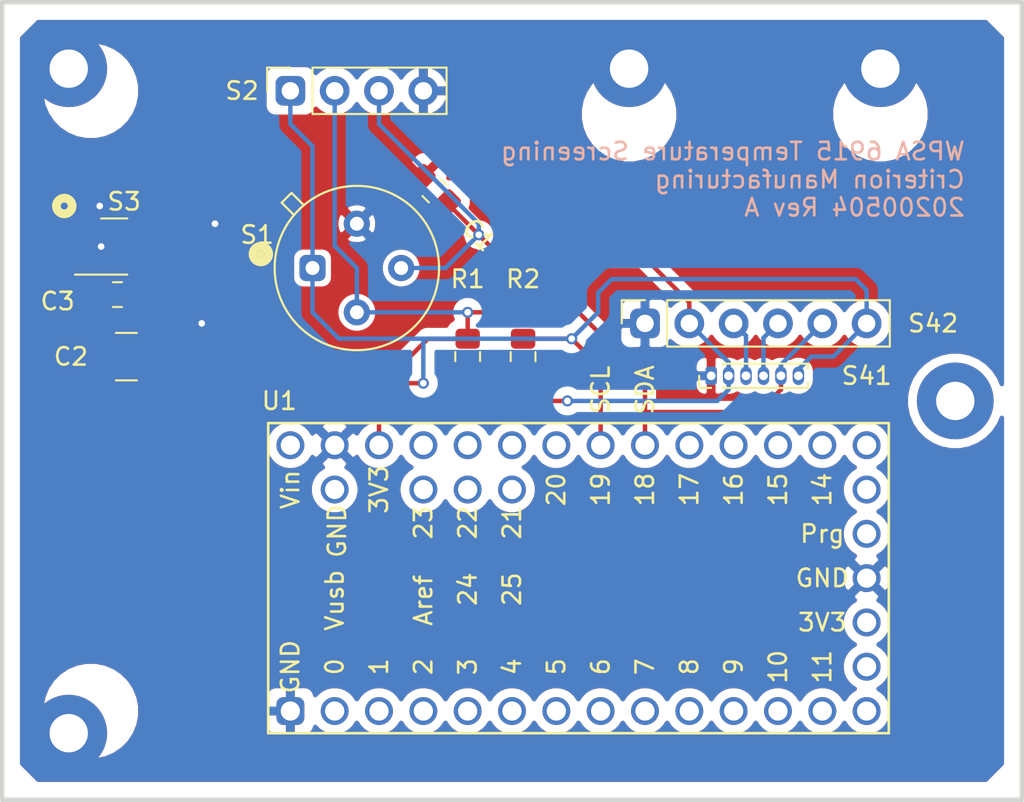
<source format=kicad_pcb>
(kicad_pcb (version 20171130) (host pcbnew 5.1.4+dfsg1-1)

  (general
    (thickness 1.6)
    (drawings 9)
    (tracks 108)
    (zones 0)
    (modules 16)
    (nets 7)
  )

  (page A4)
  (layers
    (0 F.Cu signal)
    (31 B.Cu signal)
    (32 B.Adhes user)
    (33 F.Adhes user)
    (34 B.Paste user)
    (35 F.Paste user)
    (36 B.SilkS user)
    (37 F.SilkS user)
    (38 B.Mask user)
    (39 F.Mask user)
    (40 Dwgs.User user)
    (41 Cmts.User user)
    (42 Eco1.User user)
    (43 Eco2.User user)
    (44 Edge.Cuts user)
    (45 Margin user)
    (46 B.CrtYd user)
    (47 F.CrtYd user)
    (48 B.Fab user hide)
    (49 F.Fab user hide)
  )

  (setup
    (last_trace_width 0.254)
    (user_trace_width 0.154)
    (user_trace_width 0.254)
    (user_trace_width 0.635)
    (trace_clearance 0.254)
    (zone_clearance 0.508)
    (zone_45_only no)
    (trace_min 0.15)
    (via_size 0.635)
    (via_drill 0.381)
    (via_min_size 0.508)
    (via_min_drill 0.254)
    (user_via 0.508 0.254)
    (user_via 0.762 0.381)
    (user_via 1.27 0.635)
    (uvia_size 0.381)
    (uvia_drill 0.254)
    (uvias_allowed no)
    (uvia_min_size 0.2)
    (uvia_min_drill 0.1)
    (edge_width 0.05)
    (segment_width 0.2)
    (pcb_text_width 0.3)
    (pcb_text_size 1.5 1.5)
    (mod_edge_width 0.12)
    (mod_text_size 1 1)
    (mod_text_width 0.15)
    (pad_size 1.6 1.6)
    (pad_drill 1.1)
    (pad_to_mask_clearance 0.051)
    (solder_mask_min_width 0.25)
    (aux_axis_origin 0 0)
    (visible_elements FFFFFF7F)
    (pcbplotparams
      (layerselection 0x010fc_ffffffff)
      (usegerberextensions false)
      (usegerberattributes false)
      (usegerberadvancedattributes false)
      (creategerberjobfile false)
      (excludeedgelayer true)
      (linewidth 0.100000)
      (plotframeref false)
      (viasonmask false)
      (mode 1)
      (useauxorigin false)
      (hpglpennumber 1)
      (hpglpenspeed 20)
      (hpglpendiameter 15.000000)
      (psnegative false)
      (psa4output false)
      (plotreference true)
      (plotvalue true)
      (plotinvisibletext false)
      (padsonsilk false)
      (subtractmaskfromsilk false)
      (outputformat 1)
      (mirror false)
      (drillshape 1)
      (scaleselection 1)
      (outputdirectory ""))
  )

  (net 0 "")
  (net 1 GND)
  (net 2 +3V3)
  (net 3 SDA)
  (net 4 SCL)
  (net 5 /TxD)
  (net 6 /RxD)

  (net_class Default "This is the default net class."
    (clearance 0.254)
    (trace_width 0.254)
    (via_dia 0.635)
    (via_drill 0.381)
    (uvia_dia 0.381)
    (uvia_drill 0.254)
    (diff_pair_width 0.254)
    (diff_pair_gap 0.254)
    (add_net +3V3)
    (add_net /RxD)
    (add_net /TxD)
    (add_net GND)
    (add_net "Net-(S3-Pad3)")
    (add_net "Net-(S3-Pad4)")
    (add_net "Net-(U1-Pad10)")
    (add_net "Net-(U1-Pad11)")
    (add_net "Net-(U1-Pad12)")
    (add_net "Net-(U1-Pad13)")
    (add_net "Net-(U1-Pad14)")
    (add_net "Net-(U1-Pad15)")
    (add_net "Net-(U1-Pad16)")
    (add_net "Net-(U1-Pad18)")
    (add_net "Net-(U1-Pad19)")
    (add_net "Net-(U1-Pad2)")
    (add_net "Net-(U1-Pad20)")
    (add_net "Net-(U1-Pad21)")
    (add_net "Net-(U1-Pad22)")
    (add_net "Net-(U1-Pad23)")
    (add_net "Net-(U1-Pad24)")
    (add_net "Net-(U1-Pad27)")
    (add_net "Net-(U1-Pad28)")
    (add_net "Net-(U1-Pad29)")
    (add_net "Net-(U1-Pad3)")
    (add_net "Net-(U1-Pad30)")
    (add_net "Net-(U1-Pad33)")
    (add_net "Net-(U1-Pad34)")
    (add_net "Net-(U1-Pad35)")
    (add_net "Net-(U1-Pad36)")
    (add_net "Net-(U1-Pad37)")
    (add_net "Net-(U1-Pad4)")
    (add_net "Net-(U1-Pad5)")
    (add_net "Net-(U1-Pad6)")
    (add_net "Net-(U1-Pad7)")
    (add_net "Net-(U1-Pad8)")
    (add_net "Net-(U1-Pad9)")
    (add_net SCL)
    (add_net SDA)
  )

  (net_class Minimum ""
    (clearance 0.154)
    (trace_width 0.154)
    (via_dia 0.508)
    (via_drill 0.254)
    (uvia_dia 0.508)
    (uvia_drill 0.254)
    (diff_pair_width 0.254)
    (diff_pair_gap 0.254)
  )

  (net_class Power ""
    (clearance 0.635)
    (trace_width 1.27)
    (via_dia 0.635)
    (via_drill 0.508)
    (uvia_dia 0.381)
    (uvia_drill 0.254)
    (diff_pair_width 0.254)
    (diff_pair_gap 0.254)
  )

  (module MountingHole:MountingHole_2.2mm_M2_Pad (layer F.Cu) (tedit 56D1B4CB) (tstamp 5EB13B9D)
    (at 173.99 91.44)
    (descr "Mounting Hole 2.2mm, M2")
    (tags "mounting hole 2.2mm m2")
    (path /5EB4BA53)
    (attr virtual)
    (fp_text reference H5 (at 0 -3.2) (layer F.SilkS) hide
      (effects (font (size 1 1) (thickness 0.15)))
    )
    (fp_text value MountingHole (at 0 3.2) (layer F.Fab)
      (effects (font (size 1 1) (thickness 0.15)))
    )
    (fp_circle (center 0 0) (end 2.45 0) (layer F.CrtYd) (width 0.05))
    (fp_circle (center 0 0) (end 2.2 0) (layer Cmts.User) (width 0.15))
    (fp_text user %R (at 0.3 0) (layer F.Fab)
      (effects (font (size 1 1) (thickness 0.15)))
    )
    (pad 1 thru_hole circle (at 0 0) (size 4.4 4.4) (drill 2.2) (layers *.Cu *.Mask))
  )

  (module MountingHole:MountingHole_2.2mm_M2_Pad (layer F.Cu) (tedit 56D1B4CB) (tstamp 5EB13B95)
    (at 123.19 110.49)
    (descr "Mounting Hole 2.2mm, M2")
    (tags "mounting hole 2.2mm m2")
    (path /5EB4BDFF)
    (attr virtual)
    (fp_text reference H4 (at 0 -3.2) (layer F.SilkS) hide
      (effects (font (size 1 1) (thickness 0.15)))
    )
    (fp_text value MountingHole (at 0 3.2) (layer F.Fab)
      (effects (font (size 1 1) (thickness 0.15)))
    )
    (fp_circle (center 0 0) (end 2.45 0) (layer F.CrtYd) (width 0.05))
    (fp_circle (center 0 0) (end 2.2 0) (layer Cmts.User) (width 0.15))
    (fp_text user %R (at 0.3 0) (layer F.Fab)
      (effects (font (size 1 1) (thickness 0.15)))
    )
    (pad 1 thru_hole circle (at 0 0) (size 4.4 4.4) (drill 2.2) (layers *.Cu *.Mask))
  )

  (module MountingHole:MountingHole_2.2mm_M2_Pad (layer F.Cu) (tedit 56D1B4CB) (tstamp 5EB13B8D)
    (at 123.19 72.39)
    (descr "Mounting Hole 2.2mm, M2")
    (tags "mounting hole 2.2mm m2")
    (path /5EB4ADFB)
    (attr virtual)
    (fp_text reference H3 (at 0 -3.2) (layer F.SilkS) hide
      (effects (font (size 1 1) (thickness 0.15)))
    )
    (fp_text value MountingHole (at 0 3.2) (layer F.Fab)
      (effects (font (size 1 1) (thickness 0.15)))
    )
    (fp_circle (center 0 0) (end 2.45 0) (layer F.CrtYd) (width 0.05))
    (fp_circle (center 0 0) (end 2.2 0) (layer Cmts.User) (width 0.15))
    (fp_text user %R (at 0.3 0) (layer F.Fab)
      (effects (font (size 1 1) (thickness 0.15)))
    )
    (pad 1 thru_hole circle (at 0 0) (size 4.4 4.4) (drill 2.2) (layers *.Cu *.Mask))
  )

  (module Connector_PinSocket_2.54mm:PinSocket_1x04_P2.54mm_Vertical (layer F.Cu) (tedit 5EB0E103) (tstamp 5EB12FF6)
    (at 135.89 73.66 90)
    (descr "Through hole straight socket strip, 1x04, 2.54mm pitch, single row (from Kicad 4.0.7), script generated")
    (tags "Through hole socket strip THT 1x04 2.54mm single row")
    (path /5EB2B449)
    (fp_text reference S2 (at 0 -2.77 180) (layer F.SilkS)
      (effects (font (size 1 1) (thickness 0.15)))
    )
    (fp_text value Conn_01x04_Male (at 0 10.39 90) (layer F.Fab)
      (effects (font (size 1 1) (thickness 0.15)))
    )
    (fp_text user %R (at 0 3.81) (layer F.Fab)
      (effects (font (size 1 1) (thickness 0.15)))
    )
    (fp_line (start -1.8 9.4) (end -1.8 -1.8) (layer F.CrtYd) (width 0.05))
    (fp_line (start 1.75 9.4) (end -1.8 9.4) (layer F.CrtYd) (width 0.05))
    (fp_line (start 1.75 -1.8) (end 1.75 9.4) (layer F.CrtYd) (width 0.05))
    (fp_line (start -1.8 -1.8) (end 1.75 -1.8) (layer F.CrtYd) (width 0.05))
    (fp_line (start 0 -1.33) (end 1.33 -1.33) (layer F.SilkS) (width 0.12))
    (fp_line (start 1.33 -1.33) (end 1.33 0) (layer F.SilkS) (width 0.12))
    (fp_line (start 1.33 1.27) (end 1.33 8.95) (layer F.SilkS) (width 0.12))
    (fp_line (start -1.33 8.95) (end 1.33 8.95) (layer F.SilkS) (width 0.12))
    (fp_line (start -1.33 1.27) (end -1.33 8.95) (layer F.SilkS) (width 0.12))
    (fp_line (start -1.33 1.27) (end 1.33 1.27) (layer F.SilkS) (width 0.12))
    (fp_line (start -1.27 8.89) (end -1.27 -1.27) (layer F.Fab) (width 0.1))
    (fp_line (start 1.27 8.89) (end -1.27 8.89) (layer F.Fab) (width 0.1))
    (fp_line (start 1.27 -0.635) (end 1.27 8.89) (layer F.Fab) (width 0.1))
    (fp_line (start 0.635 -1.27) (end 1.27 -0.635) (layer F.Fab) (width 0.1))
    (fp_line (start -1.27 -1.27) (end 0.635 -1.27) (layer F.Fab) (width 0.1))
    (pad 4 thru_hole oval (at 0 7.62 90) (size 1.7 1.7) (drill 1) (layers *.Cu *.Mask)
      (net 1 GND))
    (pad 3 thru_hole oval (at 0 5.08 90) (size 1.7 1.7) (drill 1) (layers *.Cu *.Mask)
      (net 2 +3V3))
    (pad 2 thru_hole oval (at 0 2.54 90) (size 1.7 1.7) (drill 1) (layers *.Cu *.Mask)
      (net 3 SDA))
    (pad 1 thru_hole roundrect (at 0 0 90) (size 1.7 1.7) (drill 1) (layers *.Cu *.Mask) (roundrect_rratio 0.25)
      (net 4 SCL))
    (model ${KISYS3DMOD}/Connector_PinSocket_2.54mm.3dshapes/PinSocket_1x04_P2.54mm_Vertical.wrl
      (at (xyz 0 0 0))
      (scale (xyz 1 1 1))
      (rotate (xyz 0 0 0))
    )
  )

  (module MLX90614ESF-DCA-000-TU:TO254P942H425-4 (layer F.Cu) (tedit 5EB0E139) (tstamp 5EB0B61F)
    (at 139.7 83.82)
    (path /5EB16A5A)
    (fp_text reference S1 (at -5.715 -1.905) (layer F.SilkS)
      (effects (font (size 1 1) (thickness 0.15)))
    )
    (fp_text value MLX90614ESF-DCA-000-TU (at 13.224 5.496) (layer F.Fab) hide
      (effects (font (size 1 1) (thickness 0.015)))
    )
    (fp_circle (center -5.5 -0.8) (end -5.4 -0.8) (layer F.Fab) (width 0.2))
    (fp_circle (center -5.5 -0.8) (end -5.4 -0.8) (layer F.SilkS) (width 0.2))
    (fp_arc (start -0.013956 -0.040838) (end -3.017 -3.937) (angle 37.7865) (layer F.CrtYd) (width 0.05))
    (fp_arc (start -0.040838 -0.013956) (end -3.937 -3.017) (angle -37.7865) (layer F.CrtYd) (width 0.05))
    (fp_arc (start 0 0) (end 0 -4.96) (angle 90) (layer F.CrtYd) (width 0.05))
    (fp_arc (start 0 0) (end 4.96 0) (angle 180) (layer F.CrtYd) (width 0.05))
    (fp_line (start -4.644 -3.724) (end -3.724 -4.644) (layer F.CrtYd) (width 0.05))
    (fp_line (start -3.017 -3.937) (end -3.724 -4.644) (layer F.CrtYd) (width 0.05))
    (fp_line (start -3.937 -3.017) (end -4.644 -3.724) (layer F.CrtYd) (width 0.05))
    (fp_line (start -4.308 -3.743) (end -3.743 -4.308) (layer F.Fab) (width 0.127))
    (fp_line (start -3.036 -3.601) (end -3.743 -4.308) (layer F.Fab) (width 0.127))
    (fp_line (start -3.601 -3.036) (end -4.308 -3.743) (layer F.Fab) (width 0.127))
    (fp_circle (center 0 0) (end 4.71 0) (layer F.Fab) (width 0.127))
    (fp_line (start -4.308 -3.743) (end -3.743 -4.308) (layer F.SilkS) (width 0.127))
    (fp_line (start -3.036 -3.601) (end -3.743 -4.308) (layer F.SilkS) (width 0.127))
    (fp_line (start -3.601 -3.036) (end -4.308 -3.743) (layer F.SilkS) (width 0.127))
    (fp_circle (center 0 0) (end 4.71 0) (layer F.SilkS) (width 0.127))
    (pad 4 thru_hole circle (at 0 -2.54) (size 1.5 1.5) (drill 0.8) (layers *.Cu *.Mask)
      (net 1 GND))
    (pad 3 thru_hole circle (at 2.54 0) (size 1.5 1.5) (drill 0.8) (layers *.Cu *.Mask)
      (net 2 +3V3))
    (pad 2 thru_hole circle (at 0 2.54) (size 1.5 1.5) (drill 0.8) (layers *.Cu *.Mask)
      (net 3 SDA))
    (pad 1 thru_hole roundrect (at -2.54 0) (size 1.5 1.5) (drill 0.8) (layers *.Cu *.Mask) (roundrect_rratio 0.25)
      (net 4 SCL))
    (model ${KIPRJMOD}/MLX90614ESF-DAA-000-TU--3DModel-STEP-56544.STEP
      (at (xyz 0 0 0))
      (scale (xyz 1 1 1))
      (rotate (xyz -90 0 -90))
    )
  )

  (module Connector_PinSocket_2.54mm:PinSocket_1x06_P2.54mm_Vertical (layer F.Cu) (tedit 5EB0E108) (tstamp 5EB121A8)
    (at 156.21 86.995 90)
    (descr "Through hole straight socket strip, 1x06, 2.54mm pitch, single row (from Kicad 4.0.7), script generated")
    (tags "Through hole socket strip THT 1x06 2.54mm single row")
    (path /5EB1BC8D)
    (fp_text reference S42 (at 0 16.51) (layer F.SilkS)
      (effects (font (size 1 1) (thickness 0.15)))
    )
    (fp_text value TOF10120 (at 0 15.47 90) (layer F.Fab)
      (effects (font (size 1 1) (thickness 0.15)))
    )
    (fp_text user %R (at 0 6.35) (layer F.Fab)
      (effects (font (size 1 1) (thickness 0.15)))
    )
    (fp_line (start -1.8 14.45) (end -1.8 -1.8) (layer F.CrtYd) (width 0.05))
    (fp_line (start 1.75 14.45) (end -1.8 14.45) (layer F.CrtYd) (width 0.05))
    (fp_line (start 1.75 -1.8) (end 1.75 14.45) (layer F.CrtYd) (width 0.05))
    (fp_line (start -1.8 -1.8) (end 1.75 -1.8) (layer F.CrtYd) (width 0.05))
    (fp_line (start 0 -1.33) (end 1.33 -1.33) (layer F.SilkS) (width 0.12))
    (fp_line (start 1.33 -1.33) (end 1.33 0) (layer F.SilkS) (width 0.12))
    (fp_line (start 1.33 1.27) (end 1.33 14.03) (layer F.SilkS) (width 0.12))
    (fp_line (start -1.33 14.03) (end 1.33 14.03) (layer F.SilkS) (width 0.12))
    (fp_line (start -1.33 1.27) (end -1.33 14.03) (layer F.SilkS) (width 0.12))
    (fp_line (start -1.33 1.27) (end 1.33 1.27) (layer F.SilkS) (width 0.12))
    (fp_line (start -1.27 13.97) (end -1.27 -1.27) (layer F.Fab) (width 0.1))
    (fp_line (start 1.27 13.97) (end -1.27 13.97) (layer F.Fab) (width 0.1))
    (fp_line (start 1.27 -0.635) (end 1.27 13.97) (layer F.Fab) (width 0.1))
    (fp_line (start 0.635 -1.27) (end 1.27 -0.635) (layer F.Fab) (width 0.1))
    (fp_line (start -1.27 -1.27) (end 0.635 -1.27) (layer F.Fab) (width 0.1))
    (pad 6 thru_hole oval (at 0 12.7 90) (size 1.7 1.7) (drill 1) (layers *.Cu *.Mask)
      (net 4 SCL))
    (pad 5 thru_hole oval (at 0 10.16 90) (size 1.7 1.7) (drill 1) (layers *.Cu *.Mask)
      (net 3 SDA))
    (pad 4 thru_hole oval (at 0 7.62 90) (size 1.7 1.7) (drill 1) (layers *.Cu *.Mask)
      (net 5 /TxD))
    (pad 3 thru_hole oval (at 0 5.08 90) (size 1.7 1.7) (drill 1) (layers *.Cu *.Mask)
      (net 6 /RxD))
    (pad 2 thru_hole oval (at 0 2.54 90) (size 1.7 1.7) (drill 1) (layers *.Cu *.Mask)
      (net 2 +3V3))
    (pad 1 thru_hole roundrect (at 0 0 90) (size 1.7 1.7) (drill 1) (layers *.Cu *.Mask) (roundrect_rratio 0.25)
      (net 1 GND))
    (model ${KISYS3DMOD}/Connector_PinSocket_2.54mm.3dshapes/PinSocket_1x06_P2.54mm_Vertical.wrl
      (at (xyz 0 0 0))
      (scale (xyz 1 1 1))
      (rotate (xyz 0 0 0))
    )
  )

  (module teensy:Teensy30_31_32_LC (layer F.Cu) (tedit 5EB0E147) (tstamp 5EB1427E)
    (at 152.4 101.6)
    (path /5EB08E2C)
    (fp_text reference U1 (at -17.145 -10.16) (layer F.SilkS)
      (effects (font (size 1 1) (thickness 0.15)))
    )
    (fp_text value Teensy-LC (at 0 10.16) (layer F.Fab)
      (effects (font (size 1 1) (thickness 0.15)))
    )
    (fp_line (start -17.78 8.89) (end -17.78 -8.89) (layer F.SilkS) (width 0.15))
    (fp_line (start 17.78 8.89) (end -17.78 8.89) (layer F.SilkS) (width 0.15))
    (fp_line (start 17.78 -8.89) (end 17.78 8.89) (layer F.SilkS) (width 0.15))
    (fp_line (start -17.78 -8.89) (end 17.78 -8.89) (layer F.SilkS) (width 0.15))
    (fp_text user Vin (at -16.51 -5.08 90) (layer F.SilkS)
      (effects (font (size 1 1) (thickness 0.15)))
    )
    (fp_text user GND (at -13.83 -2.695 90) (layer F.SilkS)
      (effects (font (size 1 1) (thickness 0.15)))
    )
    (fp_text user Vusb (at -13.97 1.27 90) (layer F.SilkS)
      (effects (font (size 1 1) (thickness 0.15)))
    )
    (fp_text user 3V3 (at -11.43 -5.08 90) (layer F.SilkS)
      (effects (font (size 1 1) (thickness 0.15)))
    )
    (fp_text user 23 (at -8.89 -3.175 90) (layer F.SilkS)
      (effects (font (size 1 1) (thickness 0.15)))
    )
    (fp_text user 22 (at -6.35 -3.175 270) (layer F.SilkS)
      (effects (font (size 1 1) (thickness 0.15)))
    )
    (fp_text user 21 (at -3.81 -3.175 90) (layer F.SilkS)
      (effects (font (size 1 1) (thickness 0.15)))
    )
    (fp_text user 20 (at -1.27 -5.08 90) (layer F.SilkS)
      (effects (font (size 1 1) (thickness 0.15)))
    )
    (fp_text user 19 (at 1.27 -5.08 90) (layer F.SilkS)
      (effects (font (size 1 1) (thickness 0.15)))
    )
    (fp_text user 18 (at 3.81 -5.08 90) (layer F.SilkS)
      (effects (font (size 1 1) (thickness 0.15)))
    )
    (fp_text user 17 (at 6.35 -5.08 90) (layer F.SilkS)
      (effects (font (size 1 1) (thickness 0.15)))
    )
    (fp_text user 16 (at 8.89 -5.08 90) (layer F.SilkS)
      (effects (font (size 1 1) (thickness 0.15)))
    )
    (fp_text user 15 (at 11.43 -5.08 90) (layer F.SilkS)
      (effects (font (size 1 1) (thickness 0.15)))
    )
    (fp_text user 14 (at 13.97 -5.08 90) (layer F.SilkS)
      (effects (font (size 1 1) (thickness 0.15)))
    )
    (fp_text user 2 (at -8.89 5.08 90) (layer F.SilkS)
      (effects (font (size 1 1) (thickness 0.15)))
    )
    (fp_text user 7 (at 3.81 5.08 90) (layer F.SilkS)
      (effects (font (size 1 1) (thickness 0.15)))
    )
    (fp_text user 6 (at 1.27 5.08 90) (layer F.SilkS)
      (effects (font (size 1 1) (thickness 0.15)))
    )
    (fp_text user 4 (at -3.81 5.08 90) (layer F.SilkS)
      (effects (font (size 1 1) (thickness 0.15)))
    )
    (fp_text user 10 (at 11.43 5.08 90) (layer F.SilkS)
      (effects (font (size 1 1) (thickness 0.15)))
    )
    (fp_text user 5 (at -1.27 5.08 90) (layer F.SilkS)
      (effects (font (size 1 1) (thickness 0.15)))
    )
    (fp_text user 8 (at 6.35 5.08 90) (layer F.SilkS)
      (effects (font (size 1 1) (thickness 0.15)))
    )
    (fp_text user 3 (at -6.35 5.08 270) (layer F.SilkS)
      (effects (font (size 1 1) (thickness 0.15)))
    )
    (fp_text user 9 (at 8.89 5.08 90) (layer F.SilkS)
      (effects (font (size 1 1) (thickness 0.15)))
    )
    (fp_text user 11 (at 13.97 5.08 90) (layer F.SilkS)
      (effects (font (size 1 1) (thickness 0.15)))
    )
    (fp_text user 1 (at -11.43 5.08 90) (layer F.SilkS)
      (effects (font (size 1 1) (thickness 0.15)))
    )
    (fp_text user 0 (at -13.97 5.08 90) (layer F.SilkS)
      (effects (font (size 1 1) (thickness 0.15)))
    )
    (fp_text user Aref (at -8.89 1.27 90) (layer F.SilkS)
      (effects (font (size 1 1) (thickness 0.15)))
    )
    (fp_text user 24 (at -6.35 0.635 90) (layer F.SilkS)
      (effects (font (size 1 1) (thickness 0.15)))
    )
    (fp_text user 25 (at -3.81 0.635 90) (layer F.SilkS)
      (effects (font (size 1 1) (thickness 0.15)))
    )
    (fp_text user Prg (at 13.97 -2.54) (layer F.SilkS)
      (effects (font (size 1 1) (thickness 0.15)))
    )
    (fp_text user GND (at 13.97 0) (layer F.SilkS)
      (effects (font (size 1 1) (thickness 0.15)))
    )
    (fp_text user 3V3 (at 13.97 2.54) (layer F.SilkS)
      (effects (font (size 1 1) (thickness 0.15)))
    )
    (fp_text user GND (at -16.51 5.08 90) (layer F.SilkS)
      (effects (font (size 1 1) (thickness 0.15)))
    )
    (pad 1 thru_hole roundrect (at -16.51 7.62) (size 1.6 1.6) (drill 1.1) (layers *.Cu *.Mask) (roundrect_rratio 0.25)
      (net 1 GND))
    (pad 2 thru_hole circle (at -13.97 7.62) (size 1.6 1.6) (drill 1.1) (layers *.Cu *.Mask))
    (pad 3 thru_hole circle (at -11.43 7.62) (size 1.6 1.6) (drill 1.1) (layers *.Cu *.Mask))
    (pad 4 thru_hole circle (at -8.89 7.62) (size 1.6 1.6) (drill 1.1) (layers *.Cu *.Mask))
    (pad 5 thru_hole circle (at -6.35 7.62) (size 1.6 1.6) (drill 1.1) (layers *.Cu *.Mask))
    (pad 6 thru_hole circle (at -3.81 7.62) (size 1.6 1.6) (drill 1.1) (layers *.Cu *.Mask))
    (pad 7 thru_hole circle (at -1.27 7.62) (size 1.6 1.6) (drill 1.1) (layers *.Cu *.Mask))
    (pad 8 thru_hole circle (at 1.27 7.62) (size 1.6 1.6) (drill 1.1) (layers *.Cu *.Mask))
    (pad 9 thru_hole circle (at 3.81 7.62) (size 1.6 1.6) (drill 1.1) (layers *.Cu *.Mask))
    (pad 10 thru_hole circle (at 6.35 7.62) (size 1.6 1.6) (drill 1.1) (layers *.Cu *.Mask))
    (pad 11 thru_hole circle (at 8.89 7.62) (size 1.6 1.6) (drill 1.1) (layers *.Cu *.Mask))
    (pad 12 thru_hole circle (at 11.43 7.62) (size 1.6 1.6) (drill 1.1) (layers *.Cu *.Mask))
    (pad 13 thru_hole circle (at 13.97 7.62) (size 1.6 1.6) (drill 1.1) (layers *.Cu *.Mask))
    (pad 37 thru_hole circle (at -3.81 -5.08) (size 1.6 1.6) (drill 1.1) (layers *.Cu *.Mask))
    (pad 36 thru_hole circle (at -6.35 -5.08) (size 1.6 1.6) (drill 1.1) (layers *.Cu *.Mask))
    (pad 35 thru_hole circle (at -8.89 -5.08) (size 1.6 1.6) (drill 1.1) (layers *.Cu *.Mask))
    (pad 34 thru_hole circle (at -13.97 -5.08) (size 1.6 1.6) (drill 1.1) (layers *.Cu *.Mask))
    (pad 33 thru_hole circle (at -16.51 -7.62) (size 1.6 1.6) (drill 1.1) (layers *.Cu *.Mask))
    (pad 32 thru_hole circle (at -13.97 -7.62) (size 1.6 1.6) (drill 1.1) (layers *.Cu *.Mask)
      (net 1 GND))
    (pad 31 thru_hole circle (at -11.43 -7.62) (size 1.6 1.6) (drill 1.1) (layers *.Cu *.Mask)
      (net 2 +3V3))
    (pad 30 thru_hole circle (at -8.89 -7.62) (size 1.6 1.6) (drill 1.1) (layers *.Cu *.Mask))
    (pad 29 thru_hole circle (at -6.35 -7.62) (size 1.6 1.6) (drill 1.1) (layers *.Cu *.Mask))
    (pad 28 thru_hole circle (at -3.81 -7.62) (size 1.6 1.6) (drill 1.1) (layers *.Cu *.Mask))
    (pad 27 thru_hole circle (at -1.27 -7.62) (size 1.6 1.6) (drill 1.1) (layers *.Cu *.Mask))
    (pad 26 thru_hole circle (at 1.27 -7.62) (size 1.6 1.6) (drill 1.1) (layers *.Cu *.Mask)
      (net 4 SCL))
    (pad 25 thru_hole circle (at 3.81 -7.62) (size 1.6 1.6) (drill 1.1) (layers *.Cu *.Mask)
      (net 3 SDA))
    (pad 24 thru_hole circle (at 6.35 -7.62) (size 1.6 1.6) (drill 1.1) (layers *.Cu *.Mask))
    (pad 23 thru_hole circle (at 8.89 -7.62) (size 1.6 1.6) (drill 1.1) (layers *.Cu *.Mask))
    (pad 22 thru_hole circle (at 11.43 -7.62) (size 1.6 1.6) (drill 1.1) (layers *.Cu *.Mask))
    (pad 21 thru_hole circle (at 13.97 -7.62) (size 1.6 1.6) (drill 1.1) (layers *.Cu *.Mask))
    (pad 14 thru_hole circle (at 16.51 7.62) (size 1.6 1.6) (drill 1.1) (layers *.Cu *.Mask))
    (pad 15 thru_hole circle (at 16.51 5.08) (size 1.6 1.6) (drill 1.1) (layers *.Cu *.Mask))
    (pad 16 thru_hole circle (at 16.51 2.54) (size 1.6 1.6) (drill 1.1) (layers *.Cu *.Mask))
    (pad 20 thru_hole circle (at 16.51 -7.62) (size 1.6 1.6) (drill 1.1) (layers *.Cu *.Mask))
    (pad 19 thru_hole circle (at 16.51 -5.08) (size 1.6 1.6) (drill 1.1) (layers *.Cu *.Mask))
    (pad 18 thru_hole circle (at 16.51 -2.54) (size 1.6 1.6) (drill 1.1) (layers *.Cu *.Mask))
    (pad 17 thru_hole circle (at 16.51 0) (size 1.6 1.6) (drill 1.1) (layers *.Cu *.Mask)
      (net 1 GND))
    (model ${KISYS3DMOD}/Connector_PinSocket_2.54mm.3dshapes/PinSocket_1x14_P2.54mm_Vertical.wrl
      (offset (xyz 16.5 7.62 0))
      (scale (xyz 1 1 1))
      (rotate (xyz 0 0 90))
    )
    (model ${KISYS3DMOD}/Connector_PinSocket_2.54mm.3dshapes/PinSocket_1x14_P2.54mm_Vertical.wrl
      (offset (xyz 16.5 -7.62 0))
      (scale (xyz 1 1 1))
      (rotate (xyz 0 0 90))
    )
  )

  (module Capacitor_SMD:C_0805_2012Metric_Pad1.15x1.40mm_HandSolder (layer F.Cu) (tedit 5B36C52B) (tstamp 5EB0B6C8)
    (at 144.145 79.375 135)
    (descr "Capacitor SMD 0805 (2012 Metric), square (rectangular) end terminal, IPC_7351 nominal with elongated pad for handsoldering. (Body size source: https://docs.google.com/spreadsheets/d/1BsfQQcO9C6DZCsRaXUlFlo91Tg2WpOkGARC1WS5S8t0/edit?usp=sharing), generated with kicad-footprint-generator")
    (tags "capacitor handsolder")
    (path /5EB1DA09)
    (attr smd)
    (fp_text reference C1 (at -3.592102 0 135) (layer F.SilkS)
      (effects (font (size 1 1) (thickness 0.15)))
    )
    (fp_text value "0.1 u" (at 0 1.65 135) (layer F.Fab)
      (effects (font (size 1 1) (thickness 0.15)))
    )
    (fp_text user %R (at 0 0 135) (layer F.Fab)
      (effects (font (size 0.5 0.5) (thickness 0.08)))
    )
    (fp_line (start 1.85 0.95) (end -1.85 0.95) (layer F.CrtYd) (width 0.05))
    (fp_line (start 1.85 -0.95) (end 1.85 0.95) (layer F.CrtYd) (width 0.05))
    (fp_line (start -1.85 -0.95) (end 1.85 -0.95) (layer F.CrtYd) (width 0.05))
    (fp_line (start -1.85 0.95) (end -1.85 -0.95) (layer F.CrtYd) (width 0.05))
    (fp_line (start -0.261252 0.71) (end 0.261252 0.71) (layer F.SilkS) (width 0.12))
    (fp_line (start -0.261252 -0.71) (end 0.261252 -0.71) (layer F.SilkS) (width 0.12))
    (fp_line (start 1 0.6) (end -1 0.6) (layer F.Fab) (width 0.1))
    (fp_line (start 1 -0.6) (end 1 0.6) (layer F.Fab) (width 0.1))
    (fp_line (start -1 -0.6) (end 1 -0.6) (layer F.Fab) (width 0.1))
    (fp_line (start -1 0.6) (end -1 -0.6) (layer F.Fab) (width 0.1))
    (pad 2 smd roundrect (at 1.025 0 135) (size 1.15 1.4) (layers F.Cu F.Paste F.Mask) (roundrect_rratio 0.217391)
      (net 1 GND))
    (pad 1 smd roundrect (at -1.025 0 135) (size 1.15 1.4) (layers F.Cu F.Paste F.Mask) (roundrect_rratio 0.217391)
      (net 2 +3V3))
    (model ${KISYS3DMOD}/Capacitor_SMD.3dshapes/C_0805_2012Metric.wrl
      (at (xyz 0 0 0))
      (scale (xyz 1 1 1))
      (rotate (xyz 0 0 0))
    )
  )

  (module Package_DFN_QFN:DFN-6-1EP_3x3mm_P1mm_EP1.5x2.4mm (layer F.Cu) (tedit 5EB0C96A) (tstamp 5EB0E51B)
    (at 125.048 82.588)
    (descr "DFN, 6 Pin (https://www.silabs.com/documents/public/data-sheets/Si7020-A20.pdf), generated with kicad-footprint-generator ipc_dfn_qfn_generator.py")
    (tags "DFN DFN_QFN")
    (path /5EB5E411)
    (attr smd)
    (fp_text reference S3 (at 1.317 -2.578) (layer F.SilkS)
      (effects (font (size 1 1) (thickness 0.15)))
    )
    (fp_text value Si7021-A20 (at 0 2.45) (layer F.Fab)
      (effects (font (size 1 1) (thickness 0.15)))
    )
    (fp_text user %R (at 0 0) (layer F.Fab)
      (effects (font (size 0.75 0.75) (thickness 0.11)))
    )
    (fp_line (start 2.1 -1.75) (end -2.1 -1.75) (layer F.CrtYd) (width 0.05))
    (fp_line (start 2.1 1.75) (end 2.1 -1.75) (layer F.CrtYd) (width 0.05))
    (fp_line (start -2.1 1.75) (end 2.1 1.75) (layer F.CrtYd) (width 0.05))
    (fp_line (start -2.1 -1.75) (end -2.1 1.75) (layer F.CrtYd) (width 0.05))
    (fp_line (start -1.5 -0.75) (end -0.75 -1.5) (layer F.Fab) (width 0.1))
    (fp_line (start -1.5 1.5) (end -1.5 -0.75) (layer F.Fab) (width 0.1))
    (fp_line (start 1.5 1.5) (end -1.5 1.5) (layer F.Fab) (width 0.1))
    (fp_line (start 1.5 -1.5) (end 1.5 1.5) (layer F.Fab) (width 0.1))
    (fp_line (start -0.75 -1.5) (end 1.5 -1.5) (layer F.Fab) (width 0.1))
    (fp_line (start -1.5 1.61) (end 1.5 1.61) (layer F.SilkS) (width 0.12))
    (fp_line (start 0 -1.61) (end 1.5 -1.61) (layer F.SilkS) (width 0.12))
    (pad 6 smd roundrect (at 1.65 -1) (size 1.2 0.4) (layers F.Cu F.Paste F.Mask) (roundrect_rratio 0.25)
      (net 4 SCL))
    (pad 5 smd roundrect (at 1.65 0) (size 1.2 0.4) (layers F.Cu F.Paste F.Mask) (roundrect_rratio 0.25)
      (net 2 +3V3))
    (pad 4 smd roundrect (at 1.65 1) (size 1.2 0.4) (layers F.Cu F.Paste F.Mask) (roundrect_rratio 0.25))
    (pad 3 smd roundrect (at -1.65 1) (size 1.2 0.4) (layers F.Cu F.Paste F.Mask) (roundrect_rratio 0.25))
    (pad 2 smd roundrect (at -1.65 0) (size 1.2 0.4) (layers F.Cu F.Paste F.Mask) (roundrect_rratio 0.25)
      (net 1 GND))
    (pad 1 smd roundrect (at -1.65 -1) (size 1.2 0.4) (layers F.Cu F.Paste F.Mask) (roundrect_rratio 0.25)
      (net 3 SDA))
    (pad "" smd roundrect (at 0.375 0.6) (size 0.6 0.97) (layers F.Paste) (roundrect_rratio 0.25))
    (pad "" smd roundrect (at 0.375 -0.6) (size 0.6 0.97) (layers F.Paste) (roundrect_rratio 0.25))
    (pad "" smd roundrect (at -0.375 0.6) (size 0.6 0.97) (layers F.Paste) (roundrect_rratio 0.25))
    (pad "" smd roundrect (at -0.375 -0.6) (size 0.6 0.97) (layers F.Paste) (roundrect_rratio 0.25))
    (pad 7 smd roundrect (at 0 0) (size 1.5 2.4) (layers F.Cu F.Mask) (roundrect_rratio 0.166667)
      (net 1 GND))
    (model ${KISYS3DMOD}/Package_DFN_QFN.3dshapes/DFN-6-1EP_3x3mm_P1mm_EP1.5x2.4mm.wrl
      (at (xyz 0 0 0))
      (scale (xyz 1 1 1))
      (rotate (xyz 0 0 0))
    )
  )

  (module Capacitor_SMD:C_0805_2012Metric_Pad1.15x1.40mm_HandSolder (layer F.Cu) (tedit 5B36C52B) (tstamp 5EB0E39C)
    (at 125.984 85.344 180)
    (descr "Capacitor SMD 0805 (2012 Metric), square (rectangular) end terminal, IPC_7351 nominal with elongated pad for handsoldering. (Body size source: https://docs.google.com/spreadsheets/d/1BsfQQcO9C6DZCsRaXUlFlo91Tg2WpOkGARC1WS5S8t0/edit?usp=sharing), generated with kicad-footprint-generator")
    (tags "capacitor handsolder")
    (path /5EB652F7)
    (attr smd)
    (fp_text reference C3 (at 3.429 -0.381) (layer F.SilkS)
      (effects (font (size 1 1) (thickness 0.15)))
    )
    (fp_text value "0.1 u" (at 0 1.65) (layer F.Fab)
      (effects (font (size 1 1) (thickness 0.15)))
    )
    (fp_text user %R (at 0 0) (layer F.Fab)
      (effects (font (size 0.5 0.5) (thickness 0.08)))
    )
    (fp_line (start 1.85 0.95) (end -1.85 0.95) (layer F.CrtYd) (width 0.05))
    (fp_line (start 1.85 -0.95) (end 1.85 0.95) (layer F.CrtYd) (width 0.05))
    (fp_line (start -1.85 -0.95) (end 1.85 -0.95) (layer F.CrtYd) (width 0.05))
    (fp_line (start -1.85 0.95) (end -1.85 -0.95) (layer F.CrtYd) (width 0.05))
    (fp_line (start -0.261252 0.71) (end 0.261252 0.71) (layer F.SilkS) (width 0.12))
    (fp_line (start -0.261252 -0.71) (end 0.261252 -0.71) (layer F.SilkS) (width 0.12))
    (fp_line (start 1 0.6) (end -1 0.6) (layer F.Fab) (width 0.1))
    (fp_line (start 1 -0.6) (end 1 0.6) (layer F.Fab) (width 0.1))
    (fp_line (start -1 -0.6) (end 1 -0.6) (layer F.Fab) (width 0.1))
    (fp_line (start -1 0.6) (end -1 -0.6) (layer F.Fab) (width 0.1))
    (pad 2 smd roundrect (at 1.025 0 180) (size 1.15 1.4) (layers F.Cu F.Paste F.Mask) (roundrect_rratio 0.217391)
      (net 1 GND))
    (pad 1 smd roundrect (at -1.025 0 180) (size 1.15 1.4) (layers F.Cu F.Paste F.Mask) (roundrect_rratio 0.217391)
      (net 2 +3V3))
    (model ${KISYS3DMOD}/Capacitor_SMD.3dshapes/C_0805_2012Metric.wrl
      (at (xyz 0 0 0))
      (scale (xyz 1 1 1))
      (rotate (xyz 0 0 0))
    )
  )

  (module MountingHole:MountingHole_2.2mm_M2_Pad locked (layer F.Cu) (tedit 56D1B4CB) (tstamp 5EB0DC63)
    (at 169.7 72.39)
    (descr "Mounting Hole 2.2mm, M2")
    (tags "mounting hole 2.2mm m2")
    (path /5EB1F4EE)
    (attr virtual)
    (fp_text reference H2 (at 0 -3.2) (layer F.SilkS) hide
      (effects (font (size 1 1) (thickness 0.15)))
    )
    (fp_text value MountingHole (at 0 3.2) (layer F.Fab)
      (effects (font (size 1 1) (thickness 0.15)))
    )
    (fp_circle (center 0 0) (end 2.45 0) (layer F.CrtYd) (width 0.05))
    (fp_circle (center 0 0) (end 2.2 0) (layer Cmts.User) (width 0.15))
    (fp_text user %R (at 0.3 0) (layer F.Fab)
      (effects (font (size 1 1) (thickness 0.15)))
    )
    (pad 1 thru_hole circle (at 0 0) (size 4.4 4.4) (drill 2.2) (layers *.Cu *.Mask))
  )

  (module MountingHole:MountingHole_2.2mm_M2_Pad locked (layer F.Cu) (tedit 56D1B4CB) (tstamp 5EB0DC28)
    (at 155.3 72.39)
    (descr "Mounting Hole 2.2mm, M2")
    (tags "mounting hole 2.2mm m2")
    (path /5EB20010)
    (attr virtual)
    (fp_text reference H1 (at 0 -3.2) (layer F.SilkS) hide
      (effects (font (size 1 1) (thickness 0.15)))
    )
    (fp_text value MountingHole (at 0 3.2) (layer F.Fab)
      (effects (font (size 1 1) (thickness 0.15)))
    )
    (fp_circle (center 0 0) (end 2.45 0) (layer F.CrtYd) (width 0.05))
    (fp_circle (center 0 0) (end 2.2 0) (layer Cmts.User) (width 0.15))
    (fp_text user %R (at 0.3 0) (layer F.Fab)
      (effects (font (size 1 1) (thickness 0.15)))
    )
    (pad 1 thru_hole circle (at 0 0) (size 4.4 4.4) (drill 2.2) (layers *.Cu *.Mask))
  )

  (module Connector_PinHeader_1.00mm:PinHeader_1x06_P1.00mm_Vertical (layer F.Cu) (tedit 5EB0CF07) (tstamp 5EB0DCDB)
    (at 160 90 90)
    (descr "Through hole straight pin header, 1x06, 1.00mm pitch, single row")
    (tags "Through hole pin header THT 1x06 1.00mm single row")
    (path /5EB0DE92)
    (fp_text reference S41 (at 0 8.91 180) (layer F.SilkS)
      (effects (font (size 1 1) (thickness 0.15)))
    )
    (fp_text value TOF10120 (at 0 6.56 90) (layer F.Fab)
      (effects (font (size 1 1) (thickness 0.15)))
    )
    (fp_text user %R (at 0 2.5) (layer F.Fab)
      (effects (font (size 0.76 0.76) (thickness 0.114)))
    )
    (fp_line (start 1.15 -1) (end -1.15 -1) (layer F.CrtYd) (width 0.05))
    (fp_line (start 1.15 6) (end 1.15 -1) (layer F.CrtYd) (width 0.05))
    (fp_line (start -1.15 6) (end 1.15 6) (layer F.CrtYd) (width 0.05))
    (fp_line (start -1.15 -1) (end -1.15 6) (layer F.CrtYd) (width 0.05))
    (fp_line (start -0.695 -0.685) (end 0 -0.685) (layer F.SilkS) (width 0.12))
    (fp_line (start -0.695 0) (end -0.695 -0.685) (layer F.SilkS) (width 0.12))
    (fp_line (start 0.608276 0.685) (end 0.695 0.685) (layer F.SilkS) (width 0.12))
    (fp_line (start -0.695 0.685) (end -0.608276 0.685) (layer F.SilkS) (width 0.12))
    (fp_line (start 0.695 0.685) (end 0.695 5.56) (layer F.SilkS) (width 0.12))
    (fp_line (start -0.695 0.685) (end -0.695 5.56) (layer F.SilkS) (width 0.12))
    (fp_line (start 0.394493 5.56) (end 0.695 5.56) (layer F.SilkS) (width 0.12))
    (fp_line (start -0.695 5.56) (end -0.394493 5.56) (layer F.SilkS) (width 0.12))
    (fp_line (start -0.635 -0.1825) (end -0.3175 -0.5) (layer F.Fab) (width 0.1))
    (fp_line (start -0.635 5.5) (end -0.635 -0.1825) (layer F.Fab) (width 0.1))
    (fp_line (start 0.635 5.5) (end -0.635 5.5) (layer F.Fab) (width 0.1))
    (fp_line (start 0.635 -0.5) (end 0.635 5.5) (layer F.Fab) (width 0.1))
    (fp_line (start -0.3175 -0.5) (end 0.635 -0.5) (layer F.Fab) (width 0.1))
    (pad 6 thru_hole oval (at 0 5 90) (size 1.05 0.65) (drill 0.5) (layers *.Cu *.Mask)
      (net 4 SCL))
    (pad 5 thru_hole oval (at 0 4 90) (size 1.05 0.65) (drill 0.5) (layers *.Cu *.Mask)
      (net 3 SDA))
    (pad 4 thru_hole oval (at 0 3 90) (size 1.05 0.65) (drill 0.5) (layers *.Cu *.Mask)
      (net 5 /TxD))
    (pad 3 thru_hole oval (at 0 2 90) (size 1.05 0.65) (drill 0.5) (layers *.Cu *.Mask)
      (net 6 /RxD))
    (pad 2 thru_hole oval (at 0 1 90) (size 1.05 0.65) (drill 0.5) (layers *.Cu *.Mask)
      (net 2 +3V3))
    (pad 1 thru_hole roundrect (at 0 0 90) (size 1.05 0.65) (drill 0.5) (layers *.Cu *.Mask) (roundrect_rratio 0.25)
      (net 1 GND))
    (model ${KISYS3DMOD}/Connector_PinHeader_1.00mm.3dshapes/PinHeader_1x06_P1.00mm_Vertical.wrl
      (at (xyz 0 0 0))
      (scale (xyz 1 1 1))
      (rotate (xyz 0 0 0))
    )
  )

  (module Resistor_SMD:R_0805_2012Metric_Pad1.15x1.40mm_HandSolder (layer F.Cu) (tedit 5B36C52B) (tstamp 5EB0DA99)
    (at 149.225 88.9 90)
    (descr "Resistor SMD 0805 (2012 Metric), square (rectangular) end terminal, IPC_7351 nominal with elongated pad for handsoldering. (Body size source: https://docs.google.com/spreadsheets/d/1BsfQQcO9C6DZCsRaXUlFlo91Tg2WpOkGARC1WS5S8t0/edit?usp=sharing), generated with kicad-footprint-generator")
    (tags "resistor handsolder")
    (path /5EB1AD90)
    (attr smd)
    (fp_text reference R2 (at 4.445 0 180) (layer F.SilkS)
      (effects (font (size 1 1) (thickness 0.15)))
    )
    (fp_text value 4.7k (at 0 1.65 90) (layer F.Fab)
      (effects (font (size 1 1) (thickness 0.15)))
    )
    (fp_text user %R (at 0 0 90) (layer F.Fab)
      (effects (font (size 0.5 0.5) (thickness 0.08)))
    )
    (fp_line (start 1.85 0.95) (end -1.85 0.95) (layer F.CrtYd) (width 0.05))
    (fp_line (start 1.85 -0.95) (end 1.85 0.95) (layer F.CrtYd) (width 0.05))
    (fp_line (start -1.85 -0.95) (end 1.85 -0.95) (layer F.CrtYd) (width 0.05))
    (fp_line (start -1.85 0.95) (end -1.85 -0.95) (layer F.CrtYd) (width 0.05))
    (fp_line (start -0.261252 0.71) (end 0.261252 0.71) (layer F.SilkS) (width 0.12))
    (fp_line (start -0.261252 -0.71) (end 0.261252 -0.71) (layer F.SilkS) (width 0.12))
    (fp_line (start 1 0.6) (end -1 0.6) (layer F.Fab) (width 0.1))
    (fp_line (start 1 -0.6) (end 1 0.6) (layer F.Fab) (width 0.1))
    (fp_line (start -1 -0.6) (end 1 -0.6) (layer F.Fab) (width 0.1))
    (fp_line (start -1 0.6) (end -1 -0.6) (layer F.Fab) (width 0.1))
    (pad 2 smd roundrect (at 1.025 0 90) (size 1.15 1.4) (layers F.Cu F.Paste F.Mask) (roundrect_rratio 0.217391)
      (net 4 SCL))
    (pad 1 smd roundrect (at -1.025 0 90) (size 1.15 1.4) (layers F.Cu F.Paste F.Mask) (roundrect_rratio 0.217391)
      (net 2 +3V3))
    (model ${KISYS3DMOD}/Resistor_SMD.3dshapes/R_0805_2012Metric.wrl
      (at (xyz 0 0 0))
      (scale (xyz 1 1 1))
      (rotate (xyz 0 0 0))
    )
  )

  (module Resistor_SMD:R_0805_2012Metric_Pad1.15x1.40mm_HandSolder (layer F.Cu) (tedit 5B36C52B) (tstamp 5EB0C022)
    (at 146.05 88.9 90)
    (descr "Resistor SMD 0805 (2012 Metric), square (rectangular) end terminal, IPC_7351 nominal with elongated pad for handsoldering. (Body size source: https://docs.google.com/spreadsheets/d/1BsfQQcO9C6DZCsRaXUlFlo91Tg2WpOkGARC1WS5S8t0/edit?usp=sharing), generated with kicad-footprint-generator")
    (tags "resistor handsolder")
    (path /5EB1A7CB)
    (attr smd)
    (fp_text reference R1 (at 4.445 0 180) (layer F.SilkS)
      (effects (font (size 1 1) (thickness 0.15)))
    )
    (fp_text value 4.7k (at 0 1.65 90) (layer F.Fab)
      (effects (font (size 1 1) (thickness 0.15)))
    )
    (fp_text user %R (at 0 0 90) (layer F.Fab)
      (effects (font (size 0.5 0.5) (thickness 0.08)))
    )
    (fp_line (start 1.85 0.95) (end -1.85 0.95) (layer F.CrtYd) (width 0.05))
    (fp_line (start 1.85 -0.95) (end 1.85 0.95) (layer F.CrtYd) (width 0.05))
    (fp_line (start -1.85 -0.95) (end 1.85 -0.95) (layer F.CrtYd) (width 0.05))
    (fp_line (start -1.85 0.95) (end -1.85 -0.95) (layer F.CrtYd) (width 0.05))
    (fp_line (start -0.261252 0.71) (end 0.261252 0.71) (layer F.SilkS) (width 0.12))
    (fp_line (start -0.261252 -0.71) (end 0.261252 -0.71) (layer F.SilkS) (width 0.12))
    (fp_line (start 1 0.6) (end -1 0.6) (layer F.Fab) (width 0.1))
    (fp_line (start 1 -0.6) (end 1 0.6) (layer F.Fab) (width 0.1))
    (fp_line (start -1 -0.6) (end 1 -0.6) (layer F.Fab) (width 0.1))
    (fp_line (start -1 0.6) (end -1 -0.6) (layer F.Fab) (width 0.1))
    (pad 2 smd roundrect (at 1.025 0 90) (size 1.15 1.4) (layers F.Cu F.Paste F.Mask) (roundrect_rratio 0.217391)
      (net 3 SDA))
    (pad 1 smd roundrect (at -1.025 0 90) (size 1.15 1.4) (layers F.Cu F.Paste F.Mask) (roundrect_rratio 0.217391)
      (net 2 +3V3))
    (model ${KISYS3DMOD}/Resistor_SMD.3dshapes/R_0805_2012Metric.wrl
      (at (xyz 0 0 0))
      (scale (xyz 1 1 1))
      (rotate (xyz 0 0 0))
    )
  )

  (module Capacitor_SMD:C_1210_3225Metric_Pad1.42x2.65mm_HandSolder (layer F.Cu) (tedit 5B301BBE) (tstamp 5EB0DA5E)
    (at 126.492 88.9 180)
    (descr "Capacitor SMD 1210 (3225 Metric), square (rectangular) end terminal, IPC_7351 nominal with elongated pad for handsoldering. (Body size source: http://www.tortai-tech.com/upload/download/2011102023233369053.pdf), generated with kicad-footprint-generator")
    (tags "capacitor handsolder")
    (path /5EB1DCBB)
    (attr smd)
    (fp_text reference C2 (at 3.175 0 180) (layer F.SilkS)
      (effects (font (size 1 1) (thickness 0.15)))
    )
    (fp_text value 10u (at 0 2.279999 180) (layer F.Fab)
      (effects (font (size 1 1) (thickness 0.15)))
    )
    (fp_text user %R (at 0 0 180) (layer F.Fab)
      (effects (font (size 0.8 0.8) (thickness 0.12)))
    )
    (fp_line (start 2.45 1.58) (end -2.45 1.58) (layer F.CrtYd) (width 0.05))
    (fp_line (start 2.45 -1.58) (end 2.45 1.58) (layer F.CrtYd) (width 0.05))
    (fp_line (start -2.45 -1.58) (end 2.45 -1.58) (layer F.CrtYd) (width 0.05))
    (fp_line (start -2.45 1.58) (end -2.45 -1.58) (layer F.CrtYd) (width 0.05))
    (fp_line (start -0.602064 1.36) (end 0.602064 1.36) (layer F.SilkS) (width 0.12))
    (fp_line (start -0.602064 -1.36) (end 0.602064 -1.36) (layer F.SilkS) (width 0.12))
    (fp_line (start 1.6 1.25) (end -1.6 1.25) (layer F.Fab) (width 0.1))
    (fp_line (start 1.6 -1.25) (end 1.6 1.25) (layer F.Fab) (width 0.1))
    (fp_line (start -1.6 -1.25) (end 1.6 -1.25) (layer F.Fab) (width 0.1))
    (fp_line (start -1.6 1.25) (end -1.6 -1.25) (layer F.Fab) (width 0.1))
    (pad 2 smd roundrect (at 1.4875 0 180) (size 1.425 2.65) (layers F.Cu F.Paste F.Mask) (roundrect_rratio 0.175439)
      (net 1 GND))
    (pad 1 smd roundrect (at -1.4875 0 180) (size 1.425 2.65) (layers F.Cu F.Paste F.Mask) (roundrect_rratio 0.175439)
      (net 2 +3V3))
    (model ${KISYS3DMOD}/Capacitor_SMD.3dshapes/C_1210_3225Metric.wrl
      (at (xyz 0 0 0))
      (scale (xyz 1 1 1))
      (rotate (xyz 0 0 0))
    )
  )

  (gr_text "WPSA 6915 Temperature Screening\nCriterion Manufacturing\n20200504 Rev A" (at 174.625 78.74) (layer B.SilkS)
    (effects (font (size 1 1) (thickness 0.15)) (justify left mirror))
  )
  (gr_text SDA (at 156.21 90.805 90) (layer F.SilkS)
    (effects (font (size 1 1) (thickness 0.15)))
  )
  (gr_text SCL (at 153.67 90.805 90) (layer F.SilkS)
    (effects (font (size 1 1) (thickness 0.15)))
  )
  (gr_circle (center 134.2 83.02) (end 134.4 83.02) (layer F.SilkS) (width 0.5) (tstamp 5EB13E54))
  (gr_circle (center 122.936 80.264) (end 123.136 80.264) (layer F.SilkS) (width 0.5))
  (gr_line (start 119.38 68.58) (end 177.8 68.58) (layer Edge.Cuts) (width 0.254) (tstamp 5EB0E617))
  (gr_line (start 119.38 114.3) (end 119.38 68.58) (layer Edge.Cuts) (width 0.254))
  (gr_line (start 177.8 114.3) (end 119.38 114.3) (layer Edge.Cuts) (width 0.254))
  (gr_line (start 177.8 68.58) (end 177.8 114.3) (layer Edge.Cuts) (width 0.254))

  (segment (start 124.959 82.677) (end 125.048 82.588) (width 0.254) (layer F.Cu) (net 1))
  (segment (start 124.959 85.344) (end 124.959 82.677) (width 0.381) (layer F.Cu) (net 1))
  (segment (start 123.398 82.588) (end 125.048 82.588) (width 0.254) (layer F.Cu) (net 1))
  (via (at 125.048 82.588) (size 0.635) (drill 0.381) (layers F.Cu B.Cu) (net 1))
  (via (at 124.968 80.264) (size 0.635) (drill 0.381) (layers F.Cu B.Cu) (net 1))
  (via (at 131.572 81.28) (size 0.635) (drill 0.381) (layers F.Cu B.Cu) (net 1))
  (via (at 130.81 86.995) (size 0.635) (drill 0.381) (layers F.Cu B.Cu) (net 1))
  (segment (start 149.225 89.925) (end 146.05 89.925) (width 0.254) (layer F.Cu) (net 2))
  (segment (start 160.35104 91.44) (end 151.765 91.44) (width 0.254) (layer B.Cu) (net 2))
  (via (at 151.765 91.44) (size 0.635) (drill 0.381) (layers F.Cu B.Cu) (net 2))
  (segment (start 151.765 91.44) (end 149.86 91.44) (width 0.254) (layer F.Cu) (net 2))
  (segment (start 149.225 90.805) (end 149.225 89.925) (width 0.254) (layer F.Cu) (net 2))
  (segment (start 149.86 91.44) (end 149.225 90.805) (width 0.254) (layer F.Cu) (net 2))
  (segment (start 161 90.79104) (end 161 90) (width 0.254) (layer B.Cu) (net 2))
  (segment (start 160.35104 91.44) (end 161 90.79104) (width 0.254) (layer B.Cu) (net 2))
  (segment (start 126.698 82.588) (end 126.698 83.588) (width 0.381) (layer F.Cu) (net 2))
  (segment (start 127.009 84.337) (end 127.009 85.344) (width 0.381) (layer F.Cu) (net 2))
  (segment (start 126.698 83.588) (end 126.698 84.026) (width 0.381) (layer F.Cu) (net 2))
  (segment (start 126.698 84.026) (end 127.009 84.337) (width 0.381) (layer F.Cu) (net 2))
  (segment (start 127.9795 87.3395) (end 127.9795 88.9) (width 0.254) (layer F.Cu) (net 2))
  (segment (start 127.009 85.344) (end 127.009 86.369) (width 0.254) (layer F.Cu) (net 2))
  (segment (start 127.009 86.369) (end 127.9795 87.3395) (width 0.254) (layer F.Cu) (net 2))
  (segment (start 140.97 93.98) (end 140.97 91.44) (width 0.254) (layer F.Cu) (net 2))
  (segment (start 146.05 90.678) (end 146.05 89.925) (width 0.254) (layer F.Cu) (net 2))
  (segment (start 140.97 91.44) (end 145.3515 91.3765) (width 0.254) (layer F.Cu) (net 2))
  (segment (start 145.3515 91.3765) (end 146.05 90.678) (width 0.254) (layer F.Cu) (net 2))
  (segment (start 140.97 91.44) (end 136.144 91.44) (width 0.254) (layer F.Cu) (net 2))
  (segment (start 133.604 88.9) (end 127.9795 88.9) (width 0.254) (layer F.Cu) (net 2))
  (segment (start 136.144 91.44) (end 133.604 88.9) (width 0.254) (layer F.Cu) (net 2))
  (segment (start 161 89.221) (end 160.679 88.9) (width 0.254) (layer B.Cu) (net 2))
  (segment (start 161 90) (end 161 89.221) (width 0.254) (layer B.Cu) (net 2))
  (segment (start 160.655 88.9) (end 158.75 86.995) (width 0.254) (layer B.Cu) (net 2))
  (segment (start 160.679 88.9) (end 160.655 88.9) (width 0.254) (layer B.Cu) (net 2))
  (via (at 146.685 81.915) (size 0.635) (drill 0.381) (layers F.Cu B.Cu) (net 2))
  (segment (start 146.05 81.28) (end 144.869784 80.099784) (width 0.254) (layer F.Cu) (net 2))
  (segment (start 156.142081 83.185) (end 147.955 83.185) (width 0.254) (layer F.Cu) (net 2))
  (segment (start 158.75 86.995) (end 158.75 85.792919) (width 0.254) (layer F.Cu) (net 2))
  (segment (start 158.75 85.792919) (end 156.142081 83.185) (width 0.254) (layer F.Cu) (net 2))
  (segment (start 146.685 81.915) (end 147.955 83.185) (width 0.254) (layer F.Cu) (net 2))
  (segment (start 146.05 81.28) (end 146.685 81.915) (width 0.254) (layer F.Cu) (net 2))
  (segment (start 144.78 83.82) (end 146.685 81.915) (width 0.254) (layer B.Cu) (net 2))
  (segment (start 142.24 83.82) (end 144.78 83.82) (width 0.254) (layer B.Cu) (net 2))
  (segment (start 140.97 73.66) (end 140.97 75.565) (width 0.254) (layer B.Cu) (net 2))
  (segment (start 146.685 81.28) (end 146.685 81.915) (width 0.254) (layer B.Cu) (net 2))
  (segment (start 140.97 75.565) (end 146.685 81.28) (width 0.254) (layer B.Cu) (net 2))
  (segment (start 139.7 86.36) (end 146.05 86.36) (width 0.254) (layer B.Cu) (net 3))
  (via (at 146.05 86.36) (size 0.635) (drill 0.381) (layers F.Cu B.Cu) (net 3))
  (segment (start 146.05 87.875) (end 146.05 86.36) (width 0.254) (layer F.Cu) (net 3))
  (segment (start 146.05 86.36) (end 152.4 86.36) (width 0.254) (layer F.Cu) (net 3))
  (segment (start 152.4 86.36) (end 156.21 90.17) (width 0.254) (layer F.Cu) (net 3))
  (segment (start 156.21 90.17) (end 156.21 90.805) (width 0.254) (layer F.Cu) (net 3))
  (segment (start 156.21 92.075) (end 162.71604 92.075) (width 0.254) (layer F.Cu) (net 3))
  (segment (start 156.21 90.805) (end 156.21 92.075) (width 0.254) (layer F.Cu) (net 3))
  (segment (start 156.21 92.075) (end 156.21 93.98) (width 0.254) (layer F.Cu) (net 3))
  (segment (start 164 90.79104) (end 164 90) (width 0.254) (layer F.Cu) (net 3))
  (segment (start 162.71604 92.075) (end 164 90.79104) (width 0.254) (layer F.Cu) (net 3))
  (segment (start 121.92 81.28) (end 122.228 81.588) (width 0.254) (layer F.Cu) (net 3))
  (segment (start 137.16 89.408) (end 126.492 78.74) (width 0.254) (layer F.Cu) (net 3))
  (segment (start 121.92 79.756) (end 121.92 81.28) (width 0.254) (layer F.Cu) (net 3))
  (segment (start 122.936 78.74) (end 121.92 79.756) (width 0.254) (layer F.Cu) (net 3))
  (segment (start 145.25 87.875) (end 145.241 87.884) (width 0.254) (layer F.Cu) (net 3))
  (segment (start 146.05 87.875) (end 145.25 87.875) (width 0.254) (layer F.Cu) (net 3))
  (segment (start 126.492 78.74) (end 122.936 78.74) (width 0.254) (layer F.Cu) (net 3))
  (segment (start 145.241 87.884) (end 143.764 87.884) (width 0.254) (layer F.Cu) (net 3))
  (segment (start 122.228 81.588) (end 123.398 81.588) (width 0.254) (layer F.Cu) (net 3))
  (segment (start 142.24 89.408) (end 137.16 89.408) (width 0.254) (layer F.Cu) (net 3))
  (segment (start 143.764 87.884) (end 142.24 89.408) (width 0.254) (layer F.Cu) (net 3))
  (segment (start 164 89.365) (end 164 90) (width 0.254) (layer B.Cu) (net 3))
  (segment (start 166.37 86.995) (end 164 89.365) (width 0.254) (layer B.Cu) (net 3))
  (segment (start 138.43 82.55) (end 138.43 73.66) (width 0.254) (layer B.Cu) (net 3))
  (segment (start 139.7 86.36) (end 139.7 83.82) (width 0.254) (layer B.Cu) (net 3))
  (segment (start 139.7 83.82) (end 138.43 82.55) (width 0.254) (layer B.Cu) (net 3))
  (segment (start 153.67 93.98) (end 153.67 89.535) (width 0.254) (layer F.Cu) (net 4))
  (segment (start 149.225 87.875) (end 152.01 87.875) (width 0.254) (layer F.Cu) (net 4))
  (segment (start 152.01 87.875) (end 153.67 89.535) (width 0.254) (layer F.Cu) (net 4))
  (via (at 152.01 87.875) (size 0.635) (drill 0.381) (layers F.Cu B.Cu) (net 4) (status 1000000))
  (segment (start 137.16 85.190482) (end 137.16 83.82) (width 0.254) (layer B.Cu) (net 4))
  (segment (start 137.16 86.36) (end 137.16 85.190482) (width 0.254) (layer B.Cu) (net 4))
  (segment (start 138.675 87.875) (end 137.16 86.36) (width 0.254) (layer B.Cu) (net 4))
  (segment (start 152.01 87.875) (end 144.281 87.875) (width 0.254) (layer B.Cu) (net 4))
  (segment (start 144.281 87.875) (end 143.773 87.875) (width 0.254) (layer B.Cu) (net 4))
  (segment (start 142.24 87.884) (end 142.249 87.875) (width 0.254) (layer B.Cu) (net 4))
  (segment (start 143.773 87.875) (end 142.249 87.875) (width 0.254) (layer B.Cu) (net 4))
  (segment (start 142.249 87.875) (end 141.741 87.875) (width 0.254) (layer B.Cu) (net 4))
  (segment (start 141.741 87.875) (end 138.675 87.875) (width 0.254) (layer B.Cu) (net 4))
  (segment (start 142.24 87.884) (end 141.741 87.875) (width 0.254) (layer B.Cu) (net 4))
  (segment (start 143.51 90.424) (end 143.51 87.884) (width 0.254) (layer B.Cu) (net 4))
  (segment (start 127.816 81.588) (end 126.698 81.588) (width 0.254) (layer F.Cu) (net 4))
  (segment (start 136.652 90.424) (end 127.816 81.588) (width 0.254) (layer F.Cu) (net 4))
  (via (at 143.51 90.424) (size 0.635) (drill 0.381) (layers F.Cu B.Cu) (net 4))
  (segment (start 143.51 90.424) (end 136.652 90.424) (width 0.254) (layer F.Cu) (net 4))
  (segment (start 168.91 86.995) (end 167.005 88.9) (width 0.254) (layer B.Cu) (net 4))
  (segment (start 167.005 88.9) (end 165.735 88.9) (width 0.254) (layer B.Cu) (net 4))
  (segment (start 165 90) (end 165 89.635) (width 0.254) (layer B.Cu) (net 4))
  (segment (start 165 89.635) (end 165.735 88.9) (width 0.254) (layer B.Cu) (net 4))
  (segment (start 152.01 87.875) (end 153.525 86.36) (width 0.254) (layer B.Cu) (net 4))
  (segment (start 153.525 86.36) (end 153.525 85.235) (width 0.254) (layer B.Cu) (net 4))
  (segment (start 153.525 85.235) (end 154.305 84.455) (width 0.254) (layer B.Cu) (net 4))
  (segment (start 154.305 84.455) (end 168.275 84.455) (width 0.254) (layer B.Cu) (net 4))
  (segment (start 168.91 85.09) (end 168.91 86.995) (width 0.254) (layer B.Cu) (net 4))
  (segment (start 168.275 84.455) (end 168.91 85.09) (width 0.254) (layer B.Cu) (net 4))
  (segment (start 137.16 83.82) (end 137.16 76.835) (width 0.254) (layer B.Cu) (net 4))
  (segment (start 135.89 75.565) (end 135.89 73.66) (width 0.254) (layer B.Cu) (net 4))
  (segment (start 137.16 76.835) (end 135.89 75.565) (width 0.254) (layer B.Cu) (net 4))
  (segment (start 163 87.825) (end 163.83 86.995) (width 0.254) (layer B.Cu) (net 5))
  (segment (start 163 90) (end 163 87.825) (width 0.254) (layer B.Cu) (net 5))
  (segment (start 162 87.705) (end 161.29 86.995) (width 0.254) (layer B.Cu) (net 6))
  (segment (start 162 90) (end 162 87.705) (width 0.254) (layer B.Cu) (net 6))

  (zone (net 1) (net_name GND) (layer F.Cu) (tstamp 5EB13DC8) (hatch edge 0.508)
    (connect_pads (clearance 0.508))
    (min_thickness 0.254)
    (fill yes (arc_segments 32) (thermal_gap 0.508) (thermal_bridge_width 0.508) (smoothing chamfer) (radius 1))
    (polygon
      (pts
        (xy 120.396 69.596) (xy 176.784 69.596) (xy 176.784 113.284) (xy 120.396 113.284)
      )
    )
    (filled_polygon
      (pts
        (xy 176.657 70.648606) (xy 176.657 90.470497) (xy 176.502344 90.097124) (xy 176.192088 89.632793) (xy 175.797207 89.237912)
        (xy 175.332876 88.927656) (xy 174.816939 88.713948) (xy 174.269223 88.605) (xy 173.710777 88.605) (xy 173.163061 88.713948)
        (xy 172.647124 88.927656) (xy 172.182793 89.237912) (xy 171.787912 89.632793) (xy 171.477656 90.097124) (xy 171.263948 90.613061)
        (xy 171.155 91.160777) (xy 171.155 91.719223) (xy 171.263948 92.266939) (xy 171.477656 92.782876) (xy 171.787912 93.247207)
        (xy 172.182793 93.642088) (xy 172.647124 93.952344) (xy 173.163061 94.166052) (xy 173.710777 94.275) (xy 174.269223 94.275)
        (xy 174.816939 94.166052) (xy 175.332876 93.952344) (xy 175.797207 93.642088) (xy 176.192088 93.247207) (xy 176.502344 92.782876)
        (xy 176.657 92.409503) (xy 176.657 112.231394) (xy 175.731394 113.157) (xy 121.448606 113.157) (xy 120.523 112.231394)
        (xy 120.523 108.940777) (xy 121.625 108.940777) (xy 121.625 109.499223) (xy 121.733948 110.046939) (xy 121.947656 110.562876)
        (xy 122.257912 111.027207) (xy 122.652793 111.422088) (xy 123.117124 111.732344) (xy 123.633061 111.946052) (xy 124.180777 112.055)
        (xy 124.739223 112.055) (xy 125.286939 111.946052) (xy 125.802876 111.732344) (xy 126.267207 111.422088) (xy 126.662088 111.027207)
        (xy 126.972344 110.562876) (xy 127.186052 110.046939) (xy 127.19141 110.02) (xy 134.451928 110.02) (xy 134.464188 110.144482)
        (xy 134.500498 110.26418) (xy 134.559463 110.374494) (xy 134.638815 110.471185) (xy 134.735506 110.550537) (xy 134.84582 110.609502)
        (xy 134.965518 110.645812) (xy 135.09 110.658072) (xy 135.60425 110.655) (xy 135.763 110.49625) (xy 135.763 109.347)
        (xy 134.61375 109.347) (xy 134.455 109.50575) (xy 134.451928 110.02) (xy 127.19141 110.02) (xy 127.295 109.499223)
        (xy 127.295 108.940777) (xy 127.191411 108.42) (xy 134.451928 108.42) (xy 134.455 108.93425) (xy 134.61375 109.093)
        (xy 135.763 109.093) (xy 135.763 107.94375) (xy 136.017 107.94375) (xy 136.017 109.093) (xy 136.037 109.093)
        (xy 136.037 109.347) (xy 136.017 109.347) (xy 136.017 110.49625) (xy 136.17575 110.655) (xy 136.69 110.658072)
        (xy 136.814482 110.645812) (xy 136.93418 110.609502) (xy 137.044494 110.550537) (xy 137.141185 110.471185) (xy 137.220537 110.374494)
        (xy 137.279502 110.26418) (xy 137.315812 110.144482) (xy 137.316643 110.136039) (xy 137.515241 110.334637) (xy 137.750273 110.49168)
        (xy 138.011426 110.599853) (xy 138.288665 110.655) (xy 138.571335 110.655) (xy 138.848574 110.599853) (xy 139.109727 110.49168)
        (xy 139.344759 110.334637) (xy 139.544637 110.134759) (xy 139.7 109.902241) (xy 139.855363 110.134759) (xy 140.055241 110.334637)
        (xy 140.290273 110.49168) (xy 140.551426 110.599853) (xy 140.828665 110.655) (xy 141.111335 110.655) (xy 141.388574 110.599853)
        (xy 141.649727 110.49168) (xy 141.884759 110.334637) (xy 142.084637 110.134759) (xy 142.24 109.902241) (xy 142.395363 110.134759)
        (xy 142.595241 110.334637) (xy 142.830273 110.49168) (xy 143.091426 110.599853) (xy 143.368665 110.655) (xy 143.651335 110.655)
        (xy 143.928574 110.599853) (xy 144.189727 110.49168) (xy 144.424759 110.334637) (xy 144.624637 110.134759) (xy 144.78 109.902241)
        (xy 144.935363 110.134759) (xy 145.135241 110.334637) (xy 145.370273 110.49168) (xy 145.631426 110.599853) (xy 145.908665 110.655)
        (xy 146.191335 110.655) (xy 146.468574 110.599853) (xy 146.729727 110.49168) (xy 146.964759 110.334637) (xy 147.164637 110.134759)
        (xy 147.32 109.902241) (xy 147.475363 110.134759) (xy 147.675241 110.334637) (xy 147.910273 110.49168) (xy 148.171426 110.599853)
        (xy 148.448665 110.655) (xy 148.731335 110.655) (xy 149.008574 110.599853) (xy 149.269727 110.49168) (xy 149.504759 110.334637)
        (xy 149.704637 110.134759) (xy 149.86 109.902241) (xy 150.015363 110.134759) (xy 150.215241 110.334637) (xy 150.450273 110.49168)
        (xy 150.711426 110.599853) (xy 150.988665 110.655) (xy 151.271335 110.655) (xy 151.548574 110.599853) (xy 151.809727 110.49168)
        (xy 152.044759 110.334637) (xy 152.244637 110.134759) (xy 152.4 109.902241) (xy 152.555363 110.134759) (xy 152.755241 110.334637)
        (xy 152.990273 110.49168) (xy 153.251426 110.599853) (xy 153.528665 110.655) (xy 153.811335 110.655) (xy 154.088574 110.599853)
        (xy 154.349727 110.49168) (xy 154.584759 110.334637) (xy 154.784637 110.134759) (xy 154.94 109.902241) (xy 155.095363 110.134759)
        (xy 155.295241 110.334637) (xy 155.530273 110.49168) (xy 155.791426 110.599853) (xy 156.068665 110.655) (xy 156.351335 110.655)
        (xy 156.628574 110.599853) (xy 156.889727 110.49168) (xy 157.124759 110.334637) (xy 157.324637 110.134759) (xy 157.48 109.902241)
        (xy 157.635363 110.134759) (xy 157.835241 110.334637) (xy 158.070273 110.49168) (xy 158.331426 110.599853) (xy 158.608665 110.655)
        (xy 158.891335 110.655) (xy 159.168574 110.599853) (xy 159.429727 110.49168) (xy 159.664759 110.334637) (xy 159.864637 110.134759)
        (xy 160.02 109.902241) (xy 160.175363 110.134759) (xy 160.375241 110.334637) (xy 160.610273 110.49168) (xy 160.871426 110.599853)
        (xy 161.148665 110.655) (xy 161.431335 110.655) (xy 161.708574 110.599853) (xy 161.969727 110.49168) (xy 162.204759 110.334637)
        (xy 162.404637 110.134759) (xy 162.56 109.902241) (xy 162.715363 110.134759) (xy 162.915241 110.334637) (xy 163.150273 110.49168)
        (xy 163.411426 110.599853) (xy 163.688665 110.655) (xy 163.971335 110.655) (xy 164.248574 110.599853) (xy 164.509727 110.49168)
        (xy 164.744759 110.334637) (xy 164.944637 110.134759) (xy 165.1 109.902241) (xy 165.255363 110.134759) (xy 165.455241 110.334637)
        (xy 165.690273 110.49168) (xy 165.951426 110.599853) (xy 166.228665 110.655) (xy 166.511335 110.655) (xy 166.788574 110.599853)
        (xy 167.049727 110.49168) (xy 167.284759 110.334637) (xy 167.484637 110.134759) (xy 167.64 109.902241) (xy 167.795363 110.134759)
        (xy 167.995241 110.334637) (xy 168.230273 110.49168) (xy 168.491426 110.599853) (xy 168.768665 110.655) (xy 169.051335 110.655)
        (xy 169.328574 110.599853) (xy 169.589727 110.49168) (xy 169.824759 110.334637) (xy 170.024637 110.134759) (xy 170.18168 109.899727)
        (xy 170.289853 109.638574) (xy 170.345 109.361335) (xy 170.345 109.078665) (xy 170.289853 108.801426) (xy 170.18168 108.540273)
        (xy 170.024637 108.305241) (xy 169.824759 108.105363) (xy 169.592241 107.95) (xy 169.824759 107.794637) (xy 170.024637 107.594759)
        (xy 170.18168 107.359727) (xy 170.289853 107.098574) (xy 170.345 106.821335) (xy 170.345 106.538665) (xy 170.289853 106.261426)
        (xy 170.18168 106.000273) (xy 170.024637 105.765241) (xy 169.824759 105.565363) (xy 169.592241 105.41) (xy 169.824759 105.254637)
        (xy 170.024637 105.054759) (xy 170.18168 104.819727) (xy 170.289853 104.558574) (xy 170.345 104.281335) (xy 170.345 103.998665)
        (xy 170.289853 103.721426) (xy 170.18168 103.460273) (xy 170.024637 103.225241) (xy 169.824759 103.025363) (xy 169.590872 102.869085)
        (xy 169.651514 102.836671) (xy 169.723097 102.592702) (xy 168.91 101.779605) (xy 168.096903 102.592702) (xy 168.168486 102.836671)
        (xy 168.232992 102.867194) (xy 168.230273 102.86832) (xy 167.995241 103.025363) (xy 167.795363 103.225241) (xy 167.63832 103.460273)
        (xy 167.530147 103.721426) (xy 167.475 103.998665) (xy 167.475 104.281335) (xy 167.530147 104.558574) (xy 167.63832 104.819727)
        (xy 167.795363 105.054759) (xy 167.995241 105.254637) (xy 168.227759 105.41) (xy 167.995241 105.565363) (xy 167.795363 105.765241)
        (xy 167.63832 106.000273) (xy 167.530147 106.261426) (xy 167.475 106.538665) (xy 167.475 106.821335) (xy 167.530147 107.098574)
        (xy 167.63832 107.359727) (xy 167.795363 107.594759) (xy 167.995241 107.794637) (xy 168.227759 107.95) (xy 167.995241 108.105363)
        (xy 167.795363 108.305241) (xy 167.64 108.537759) (xy 167.484637 108.305241) (xy 167.284759 108.105363) (xy 167.049727 107.94832)
        (xy 166.788574 107.840147) (xy 166.511335 107.785) (xy 166.228665 107.785) (xy 165.951426 107.840147) (xy 165.690273 107.94832)
        (xy 165.455241 108.105363) (xy 165.255363 108.305241) (xy 165.1 108.537759) (xy 164.944637 108.305241) (xy 164.744759 108.105363)
        (xy 164.509727 107.94832) (xy 164.248574 107.840147) (xy 163.971335 107.785) (xy 163.688665 107.785) (xy 163.411426 107.840147)
        (xy 163.150273 107.94832) (xy 162.915241 108.105363) (xy 162.715363 108.305241) (xy 162.56 108.537759) (xy 162.404637 108.305241)
        (xy 162.204759 108.105363) (xy 161.969727 107.94832) (xy 161.708574 107.840147) (xy 161.431335 107.785) (xy 161.148665 107.785)
        (xy 160.871426 107.840147) (xy 160.610273 107.94832) (xy 160.375241 108.105363) (xy 160.175363 108.305241) (xy 160.02 108.537759)
        (xy 159.864637 108.305241) (xy 159.664759 108.105363) (xy 159.429727 107.94832) (xy 159.168574 107.840147) (xy 158.891335 107.785)
        (xy 158.608665 107.785) (xy 158.331426 107.840147) (xy 158.070273 107.94832) (xy 157.835241 108.105363) (xy 157.635363 108.305241)
        (xy 157.48 108.537759) (xy 157.324637 108.305241) (xy 157.124759 108.105363) (xy 156.889727 107.94832) (xy 156.628574 107.840147)
        (xy 156.351335 107.785) (xy 156.068665 107.785) (xy 155.791426 107.840147) (xy 155.530273 107.94832) (xy 155.295241 108.105363)
        (xy 155.095363 108.305241) (xy 154.94 108.537759) (xy 154.784637 108.305241) (xy 154.584759 108.105363) (xy 154.349727 107.94832)
        (xy 154.088574 107.840147) (xy 153.811335 107.785) (xy 153.528665 107.785) (xy 153.251426 107.840147) (xy 152.990273 107.94832)
        (xy 152.755241 108.105363) (xy 152.555363 108.305241) (xy 152.4 108.537759) (xy 152.244637 108.305241) (xy 152.044759 108.105363)
        (xy 151.809727 107.94832) (xy 151.548574 107.840147) (xy 151.271335 107.785) (xy 150.988665 107.785) (xy 150.711426 107.840147)
        (xy 150.450273 107.94832) (xy 150.215241 108.105363) (xy 150.015363 108.305241) (xy 149.86 108.537759) (xy 149.704637 108.305241)
        (xy 149.504759 108.105363) (xy 149.269727 107.94832) (xy 149.008574 107.840147) (xy 148.731335 107.785) (xy 148.448665 107.785)
        (xy 148.171426 107.840147) (xy 147.910273 107.94832) (xy 147.675241 108.105363) (xy 147.475363 108.305241) (xy 147.32 108.537759)
        (xy 147.164637 108.305241) (xy 146.964759 108.105363) (xy 146.729727 107.94832) (xy 146.468574 107.840147) (xy 146.191335 107.785)
        (xy 145.908665 107.785) (xy 145.631426 107.840147) (xy 145.370273 107.94832) (xy 145.135241 108.105363) (xy 144.935363 108.305241)
        (xy 144.78 108.537759) (xy 144.624637 108.305241) (xy 144.424759 108.105363) (xy 144.189727 107.94832) (xy 143.928574 107.840147)
        (xy 143.651335 107.785) (xy 143.368665 107.785) (xy 143.091426 107.840147) (xy 142.830273 107.94832) (xy 142.595241 108.105363)
        (xy 142.395363 108.305241) (xy 142.24 108.537759) (xy 142.084637 108.305241) (xy 141.884759 108.105363) (xy 141.649727 107.94832)
        (xy 141.388574 107.840147) (xy 141.111335 107.785) (xy 140.828665 107.785) (xy 140.551426 107.840147) (xy 140.290273 107.94832)
        (xy 140.055241 108.105363) (xy 139.855363 108.305241) (xy 139.7 108.537759) (xy 139.544637 108.305241) (xy 139.344759 108.105363)
        (xy 139.109727 107.94832) (xy 138.848574 107.840147) (xy 138.571335 107.785) (xy 138.288665 107.785) (xy 138.011426 107.840147)
        (xy 137.750273 107.94832) (xy 137.515241 108.105363) (xy 137.316643 108.303961) (xy 137.315812 108.295518) (xy 137.279502 108.17582)
        (xy 137.220537 108.065506) (xy 137.141185 107.968815) (xy 137.044494 107.889463) (xy 136.93418 107.830498) (xy 136.814482 107.794188)
        (xy 136.69 107.781928) (xy 136.17575 107.785) (xy 136.017 107.94375) (xy 135.763 107.94375) (xy 135.60425 107.785)
        (xy 135.09 107.781928) (xy 134.965518 107.794188) (xy 134.84582 107.830498) (xy 134.735506 107.889463) (xy 134.638815 107.968815)
        (xy 134.559463 108.065506) (xy 134.500498 108.17582) (xy 134.464188 108.295518) (xy 134.451928 108.42) (xy 127.191411 108.42)
        (xy 127.186052 108.393061) (xy 126.972344 107.877124) (xy 126.662088 107.412793) (xy 126.267207 107.017912) (xy 125.802876 106.707656)
        (xy 125.286939 106.493948) (xy 124.739223 106.385) (xy 124.180777 106.385) (xy 123.633061 106.493948) (xy 123.117124 106.707656)
        (xy 122.652793 107.017912) (xy 122.257912 107.412793) (xy 121.947656 107.877124) (xy 121.733948 108.393061) (xy 121.625 108.940777)
        (xy 120.523 108.940777) (xy 120.523 101.670512) (xy 167.469783 101.670512) (xy 167.511213 101.95013) (xy 167.606397 102.216292)
        (xy 167.673329 102.341514) (xy 167.917298 102.413097) (xy 168.730395 101.6) (xy 169.089605 101.6) (xy 169.902702 102.413097)
        (xy 170.146671 102.341514) (xy 170.267571 102.086004) (xy 170.3363 101.811816) (xy 170.350217 101.529488) (xy 170.308787 101.24987)
        (xy 170.213603 100.983708) (xy 170.146671 100.858486) (xy 169.902702 100.786903) (xy 169.089605 101.6) (xy 168.730395 101.6)
        (xy 167.917298 100.786903) (xy 167.673329 100.858486) (xy 167.552429 101.113996) (xy 167.4837 101.388184) (xy 167.469783 101.670512)
        (xy 120.523 101.670512) (xy 120.523 96.378665) (xy 136.995 96.378665) (xy 136.995 96.661335) (xy 137.050147 96.938574)
        (xy 137.15832 97.199727) (xy 137.315363 97.434759) (xy 137.515241 97.634637) (xy 137.750273 97.79168) (xy 138.011426 97.899853)
        (xy 138.288665 97.955) (xy 138.571335 97.955) (xy 138.848574 97.899853) (xy 139.109727 97.79168) (xy 139.344759 97.634637)
        (xy 139.544637 97.434759) (xy 139.70168 97.199727) (xy 139.809853 96.938574) (xy 139.865 96.661335) (xy 139.865 96.378665)
        (xy 139.809853 96.101426) (xy 139.70168 95.840273) (xy 139.544637 95.605241) (xy 139.344759 95.405363) (xy 139.110872 95.249085)
        (xy 139.171514 95.216671) (xy 139.243097 94.972702) (xy 138.43 94.159605) (xy 137.616903 94.972702) (xy 137.688486 95.216671)
        (xy 137.752992 95.247194) (xy 137.750273 95.24832) (xy 137.515241 95.405363) (xy 137.315363 95.605241) (xy 137.15832 95.840273)
        (xy 137.050147 96.101426) (xy 136.995 96.378665) (xy 120.523 96.378665) (xy 120.523 93.838665) (xy 134.455 93.838665)
        (xy 134.455 94.121335) (xy 134.510147 94.398574) (xy 134.61832 94.659727) (xy 134.775363 94.894759) (xy 134.975241 95.094637)
        (xy 135.210273 95.25168) (xy 135.471426 95.359853) (xy 135.748665 95.415) (xy 136.031335 95.415) (xy 136.308574 95.359853)
        (xy 136.569727 95.25168) (xy 136.804759 95.094637) (xy 137.004637 94.894759) (xy 137.160915 94.660872) (xy 137.193329 94.721514)
        (xy 137.437298 94.793097) (xy 138.250395 93.98) (xy 137.437298 93.166903) (xy 137.193329 93.238486) (xy 137.162806 93.302992)
        (xy 137.16168 93.300273) (xy 137.004637 93.065241) (xy 136.926694 92.987298) (xy 137.616903 92.987298) (xy 138.43 93.800395)
        (xy 139.243097 92.987298) (xy 139.171514 92.743329) (xy 138.916004 92.622429) (xy 138.641816 92.5537) (xy 138.359488 92.539783)
        (xy 138.07987 92.581213) (xy 137.813708 92.676397) (xy 137.688486 92.743329) (xy 137.616903 92.987298) (xy 136.926694 92.987298)
        (xy 136.804759 92.865363) (xy 136.569727 92.70832) (xy 136.308574 92.600147) (xy 136.031335 92.545) (xy 135.748665 92.545)
        (xy 135.471426 92.600147) (xy 135.210273 92.70832) (xy 134.975241 92.865363) (xy 134.775363 93.065241) (xy 134.61832 93.300273)
        (xy 134.510147 93.561426) (xy 134.455 93.838665) (xy 120.523 93.838665) (xy 120.523 90.225) (xy 123.653928 90.225)
        (xy 123.666188 90.349482) (xy 123.702498 90.46918) (xy 123.761463 90.579494) (xy 123.840815 90.676185) (xy 123.937506 90.755537)
        (xy 124.04782 90.814502) (xy 124.167518 90.850812) (xy 124.292 90.863072) (xy 124.71875 90.86) (xy 124.8775 90.70125)
        (xy 124.8775 89.027) (xy 125.1315 89.027) (xy 125.1315 90.70125) (xy 125.29025 90.86) (xy 125.717 90.863072)
        (xy 125.841482 90.850812) (xy 125.96118 90.814502) (xy 126.071494 90.755537) (xy 126.168185 90.676185) (xy 126.247537 90.579494)
        (xy 126.306502 90.46918) (xy 126.342812 90.349482) (xy 126.355072 90.225) (xy 126.352 89.18575) (xy 126.19325 89.027)
        (xy 125.1315 89.027) (xy 124.8775 89.027) (xy 123.81575 89.027) (xy 123.657 89.18575) (xy 123.653928 90.225)
        (xy 120.523 90.225) (xy 120.523 87.575) (xy 123.653928 87.575) (xy 123.657 88.61425) (xy 123.81575 88.773)
        (xy 124.8775 88.773) (xy 124.8775 87.09875) (xy 125.1315 87.09875) (xy 125.1315 88.773) (xy 126.19325 88.773)
        (xy 126.352 88.61425) (xy 126.355072 87.575) (xy 126.342812 87.450518) (xy 126.306502 87.33082) (xy 126.247537 87.220506)
        (xy 126.168185 87.123815) (xy 126.071494 87.044463) (xy 125.96118 86.985498) (xy 125.841482 86.949188) (xy 125.717 86.936928)
        (xy 125.29025 86.94) (xy 125.1315 87.09875) (xy 124.8775 87.09875) (xy 124.71875 86.94) (xy 124.292 86.936928)
        (xy 124.167518 86.949188) (xy 124.04782 86.985498) (xy 123.937506 87.044463) (xy 123.840815 87.123815) (xy 123.761463 87.220506)
        (xy 123.702498 87.33082) (xy 123.666188 87.450518) (xy 123.653928 87.575) (xy 120.523 87.575) (xy 120.523 86.044)
        (xy 123.745928 86.044) (xy 123.758188 86.168482) (xy 123.794498 86.28818) (xy 123.853463 86.398494) (xy 123.932815 86.495185)
        (xy 124.029506 86.574537) (xy 124.13982 86.633502) (xy 124.259518 86.669812) (xy 124.384 86.682072) (xy 124.67325 86.679)
        (xy 124.832 86.52025) (xy 124.832 85.471) (xy 123.90775 85.471) (xy 123.749 85.62975) (xy 123.745928 86.044)
        (xy 120.523 86.044) (xy 120.523 83.488) (xy 122.159928 83.488) (xy 122.159928 83.688) (xy 122.17411 83.831991)
        (xy 122.21611 83.970448) (xy 122.284316 84.098051) (xy 122.376104 84.209896) (xy 122.487949 84.301684) (xy 122.615552 84.36989)
        (xy 122.754009 84.41189) (xy 122.898 84.426072) (xy 123.786535 84.426072) (xy 123.758188 84.519518) (xy 123.745928 84.644)
        (xy 123.749 85.05825) (xy 123.90775 85.217) (xy 124.832 85.217) (xy 124.832 84.35325) (xy 124.921 84.26425)
        (xy 124.921 82.715) (xy 124.52825 82.715) (xy 124.47425 82.661) (xy 123.525 82.661) (xy 123.525 82.735)
        (xy 123.271 82.735) (xy 123.271 82.661) (xy 122.32175 82.661) (xy 122.163 82.81975) (xy 122.174436 82.923289)
        (xy 122.212811 83.042341) (xy 122.259011 83.125291) (xy 122.21611 83.205552) (xy 122.17411 83.344009) (xy 122.159928 83.488)
        (xy 120.523 83.488) (xy 120.523 79.756) (xy 121.154314 79.756) (xy 121.158 79.793424) (xy 121.158001 81.242567)
        (xy 121.154314 81.28) (xy 121.169027 81.429378) (xy 121.212599 81.573015) (xy 121.283355 81.705392) (xy 121.326945 81.758506)
        (xy 121.378579 81.821422) (xy 121.407649 81.845279) (xy 121.662716 82.100346) (xy 121.686578 82.129422) (xy 121.802608 82.224645)
        (xy 121.934985 82.295402) (xy 122.078622 82.338974) (xy 122.16398 82.347381) (xy 122.163 82.35625) (xy 122.32175 82.515)
        (xy 123.271 82.515) (xy 123.271 82.441) (xy 123.525 82.441) (xy 123.525 82.515) (xy 124.47425 82.515)
        (xy 124.52825 82.461) (xy 124.921 82.461) (xy 124.921 80.91175) (xy 124.76225 80.753) (xy 124.298 80.749928)
        (xy 124.173518 80.762188) (xy 124.104587 80.783098) (xy 124.041991 80.76411) (xy 123.898 80.749928) (xy 122.898 80.749928)
        (xy 122.754009 80.76411) (xy 122.682 80.785953) (xy 122.682 80.07163) (xy 123.251631 79.502) (xy 126.17637 79.502)
        (xy 127.480516 80.806147) (xy 127.480448 80.80611) (xy 127.341991 80.76411) (xy 127.198 80.749928) (xy 126.198 80.749928)
        (xy 126.054009 80.76411) (xy 125.991413 80.783098) (xy 125.922482 80.762188) (xy 125.798 80.749928) (xy 125.33375 80.753)
        (xy 125.175 80.91175) (xy 125.175 82.461) (xy 125.195 82.461) (xy 125.195 82.715) (xy 125.175 82.715)
        (xy 125.175 84.07875) (xy 125.086 84.16775) (xy 125.086 85.217) (xy 125.106 85.217) (xy 125.106 85.471)
        (xy 125.086 85.471) (xy 125.086 86.52025) (xy 125.24475 86.679) (xy 125.534 86.682072) (xy 125.658482 86.669812)
        (xy 125.77818 86.633502) (xy 125.888494 86.574537) (xy 125.985185 86.495185) (xy 126.050658 86.415406) (xy 126.056038 86.421962)
        (xy 126.190613 86.532405) (xy 126.276152 86.578126) (xy 126.301599 86.662015) (xy 126.372355 86.794392) (xy 126.432764 86.868)
        (xy 126.467579 86.910422) (xy 126.496649 86.934279) (xy 126.830607 87.268237) (xy 126.778595 87.331614) (xy 126.696528 87.48515)
        (xy 126.645992 87.651746) (xy 126.628928 87.825) (xy 126.628928 89.975) (xy 126.645992 90.148254) (xy 126.696528 90.31485)
        (xy 126.778595 90.468386) (xy 126.889038 90.602962) (xy 127.023614 90.713405) (xy 127.17715 90.795472) (xy 127.343746 90.846008)
        (xy 127.517 90.863072) (xy 128.442 90.863072) (xy 128.615254 90.846008) (xy 128.78185 90.795472) (xy 128.935386 90.713405)
        (xy 129.069962 90.602962) (xy 129.180405 90.468386) (xy 129.262472 90.31485) (xy 129.313008 90.148254) (xy 129.330072 89.975)
        (xy 129.330072 89.662) (xy 133.28837 89.662) (xy 135.578721 91.952352) (xy 135.602578 91.981422) (xy 135.718608 92.076645)
        (xy 135.833165 92.137877) (xy 135.841227 92.142186) (xy 135.850985 92.147402) (xy 135.994622 92.190974) (xy 136.106574 92.202)
        (xy 136.106576 92.202) (xy 136.143999 92.205686) (xy 136.181422 92.202) (xy 140.208001 92.202) (xy 140.208 92.763293)
        (xy 140.055241 92.865363) (xy 139.855363 93.065241) (xy 139.699085 93.299128) (xy 139.666671 93.238486) (xy 139.422702 93.166903)
        (xy 138.609605 93.98) (xy 139.422702 94.793097) (xy 139.666671 94.721514) (xy 139.697194 94.657008) (xy 139.69832 94.659727)
        (xy 139.855363 94.894759) (xy 140.055241 95.094637) (xy 140.290273 95.25168) (xy 140.551426 95.359853) (xy 140.828665 95.415)
        (xy 141.111335 95.415) (xy 141.388574 95.359853) (xy 141.649727 95.25168) (xy 141.884759 95.094637) (xy 142.084637 94.894759)
        (xy 142.24 94.662241) (xy 142.395363 94.894759) (xy 142.595241 95.094637) (xy 142.827759 95.25) (xy 142.595241 95.405363)
        (xy 142.395363 95.605241) (xy 142.23832 95.840273) (xy 142.130147 96.101426) (xy 142.075 96.378665) (xy 142.075 96.661335)
        (xy 142.130147 96.938574) (xy 142.23832 97.199727) (xy 142.395363 97.434759) (xy 142.595241 97.634637) (xy 142.830273 97.79168)
        (xy 143.091426 97.899853) (xy 143.368665 97.955) (xy 143.651335 97.955) (xy 143.928574 97.899853) (xy 144.189727 97.79168)
        (xy 144.424759 97.634637) (xy 144.624637 97.434759) (xy 144.78 97.202241) (xy 144.935363 97.434759) (xy 145.135241 97.634637)
        (xy 145.370273 97.79168) (xy 145.631426 97.899853) (xy 145.908665 97.955) (xy 146.191335 97.955) (xy 146.468574 97.899853)
        (xy 146.729727 97.79168) (xy 146.964759 97.634637) (xy 147.164637 97.434759) (xy 147.32 97.202241) (xy 147.475363 97.434759)
        (xy 147.675241 97.634637) (xy 147.910273 97.79168) (xy 148.171426 97.899853) (xy 148.448665 97.955) (xy 148.731335 97.955)
        (xy 149.008574 97.899853) (xy 149.269727 97.79168) (xy 149.504759 97.634637) (xy 149.704637 97.434759) (xy 149.86168 97.199727)
        (xy 149.969853 96.938574) (xy 150.025 96.661335) (xy 150.025 96.378665) (xy 149.969853 96.101426) (xy 149.86168 95.840273)
        (xy 149.704637 95.605241) (xy 149.504759 95.405363) (xy 149.272241 95.25) (xy 149.504759 95.094637) (xy 149.704637 94.894759)
        (xy 149.86 94.662241) (xy 150.015363 94.894759) (xy 150.215241 95.094637) (xy 150.450273 95.25168) (xy 150.711426 95.359853)
        (xy 150.988665 95.415) (xy 151.271335 95.415) (xy 151.548574 95.359853) (xy 151.809727 95.25168) (xy 152.044759 95.094637)
        (xy 152.244637 94.894759) (xy 152.4 94.662241) (xy 152.555363 94.894759) (xy 152.755241 95.094637) (xy 152.990273 95.25168)
        (xy 153.251426 95.359853) (xy 153.528665 95.415) (xy 153.811335 95.415) (xy 154.088574 95.359853) (xy 154.349727 95.25168)
        (xy 154.584759 95.094637) (xy 154.784637 94.894759) (xy 154.94 94.662241) (xy 155.095363 94.894759) (xy 155.295241 95.094637)
        (xy 155.530273 95.25168) (xy 155.791426 95.359853) (xy 156.068665 95.415) (xy 156.351335 95.415) (xy 156.628574 95.359853)
        (xy 156.889727 95.25168) (xy 157.124759 95.094637) (xy 157.324637 94.894759) (xy 157.48 94.662241) (xy 157.635363 94.894759)
        (xy 157.835241 95.094637) (xy 158.070273 95.25168) (xy 158.331426 95.359853) (xy 158.608665 95.415) (xy 158.891335 95.415)
        (xy 159.168574 95.359853) (xy 159.429727 95.25168) (xy 159.664759 95.094637) (xy 159.864637 94.894759) (xy 160.02 94.662241)
        (xy 160.175363 94.894759) (xy 160.375241 95.094637) (xy 160.610273 95.25168) (xy 160.871426 95.359853) (xy 161.148665 95.415)
        (xy 161.431335 95.415) (xy 161.708574 95.359853) (xy 161.969727 95.25168) (xy 162.204759 95.094637) (xy 162.404637 94.894759)
        (xy 162.56 94.662241) (xy 162.715363 94.894759) (xy 162.915241 95.094637) (xy 163.150273 95.25168) (xy 163.411426 95.359853)
        (xy 163.688665 95.415) (xy 163.971335 95.415) (xy 164.248574 95.359853) (xy 164.509727 95.25168) (xy 164.744759 95.094637)
        (xy 164.944637 94.894759) (xy 165.1 94.662241) (xy 165.255363 94.894759) (xy 165.455241 95.094637) (xy 165.690273 95.25168)
        (xy 165.951426 95.359853) (xy 166.228665 95.415) (xy 166.511335 95.415) (xy 166.788574 95.359853) (xy 167.049727 95.25168)
        (xy 167.284759 95.094637) (xy 167.484637 94.894759) (xy 167.64 94.662241) (xy 167.795363 94.894759) (xy 167.995241 95.094637)
        (xy 168.227759 95.25) (xy 167.995241 95.405363) (xy 167.795363 95.605241) (xy 167.63832 95.840273) (xy 167.530147 96.101426)
        (xy 167.475 96.378665) (xy 167.475 96.661335) (xy 167.530147 96.938574) (xy 167.63832 97.199727) (xy 167.795363 97.434759)
        (xy 167.995241 97.634637) (xy 168.227759 97.79) (xy 167.995241 97.945363) (xy 167.795363 98.145241) (xy 167.63832 98.380273)
        (xy 167.530147 98.641426) (xy 167.475 98.918665) (xy 167.475 99.201335) (xy 167.530147 99.478574) (xy 167.63832 99.739727)
        (xy 167.795363 99.974759) (xy 167.995241 100.174637) (xy 168.229128 100.330915) (xy 168.168486 100.363329) (xy 168.096903 100.607298)
        (xy 168.91 101.420395) (xy 169.723097 100.607298) (xy 169.651514 100.363329) (xy 169.587008 100.332806) (xy 169.589727 100.33168)
        (xy 169.824759 100.174637) (xy 170.024637 99.974759) (xy 170.18168 99.739727) (xy 170.289853 99.478574) (xy 170.345 99.201335)
        (xy 170.345 98.918665) (xy 170.289853 98.641426) (xy 170.18168 98.380273) (xy 170.024637 98.145241) (xy 169.824759 97.945363)
        (xy 169.592241 97.79) (xy 169.824759 97.634637) (xy 170.024637 97.434759) (xy 170.18168 97.199727) (xy 170.289853 96.938574)
        (xy 170.345 96.661335) (xy 170.345 96.378665) (xy 170.289853 96.101426) (xy 170.18168 95.840273) (xy 170.024637 95.605241)
        (xy 169.824759 95.405363) (xy 169.592241 95.25) (xy 169.824759 95.094637) (xy 170.024637 94.894759) (xy 170.18168 94.659727)
        (xy 170.289853 94.398574) (xy 170.345 94.121335) (xy 170.345 93.838665) (xy 170.289853 93.561426) (xy 170.18168 93.300273)
        (xy 170.024637 93.065241) (xy 169.824759 92.865363) (xy 169.589727 92.70832) (xy 169.328574 92.600147) (xy 169.051335 92.545)
        (xy 168.768665 92.545) (xy 168.491426 92.600147) (xy 168.230273 92.70832) (xy 167.995241 92.865363) (xy 167.795363 93.065241)
        (xy 167.64 93.297759) (xy 167.484637 93.065241) (xy 167.284759 92.865363) (xy 167.049727 92.70832) (xy 166.788574 92.600147)
        (xy 166.511335 92.545) (xy 166.228665 92.545) (xy 165.951426 92.600147) (xy 165.690273 92.70832) (xy 165.455241 92.865363)
        (xy 165.255363 93.065241) (xy 165.1 93.297759) (xy 164.944637 93.065241) (xy 164.744759 92.865363) (xy 164.509727 92.70832)
        (xy 164.248574 92.600147) (xy 163.971335 92.545) (xy 163.688665 92.545) (xy 163.411426 92.600147) (xy 163.150273 92.70832)
        (xy 162.915241 92.865363) (xy 162.715363 93.065241) (xy 162.56 93.297759) (xy 162.404637 93.065241) (xy 162.204759 92.865363)
        (xy 162.162311 92.837) (xy 162.678617 92.837) (xy 162.71604 92.840686) (xy 162.753463 92.837) (xy 162.753466 92.837)
        (xy 162.865418 92.825974) (xy 163.009055 92.782402) (xy 163.141432 92.711645) (xy 163.257462 92.616422) (xy 163.281324 92.587346)
        (xy 164.512347 91.356323) (xy 164.541422 91.332462) (xy 164.601857 91.258821) (xy 164.636645 91.216433) (xy 164.68765 91.121008)
        (xy 164.693427 91.1102) (xy 164.811808 91.14611) (xy 165 91.164645) (xy 165.188193 91.14611) (xy 165.369154 91.091216)
        (xy 165.535928 91.002073) (xy 165.682107 90.882107) (xy 165.802073 90.735928) (xy 165.891216 90.569154) (xy 165.94611 90.388193)
        (xy 165.96 90.247161) (xy 165.96 89.752838) (xy 165.94611 89.611807) (xy 165.891216 89.430846) (xy 165.802073 89.264072)
        (xy 165.682107 89.117893) (xy 165.535928 88.997927) (xy 165.369153 88.908784) (xy 165.188192 88.85389) (xy 165 88.835355)
        (xy 164.811807 88.85389) (xy 164.630846 88.908784) (xy 164.5 88.978723) (xy 164.369153 88.908784) (xy 164.188192 88.85389)
        (xy 164 88.835355) (xy 163.811807 88.85389) (xy 163.630846 88.908784) (xy 163.5 88.978723) (xy 163.369153 88.908784)
        (xy 163.188192 88.85389) (xy 163 88.835355) (xy 162.811807 88.85389) (xy 162.630846 88.908784) (xy 162.5 88.978723)
        (xy 162.369153 88.908784) (xy 162.188192 88.85389) (xy 162 88.835355) (xy 161.811807 88.85389) (xy 161.630846 88.908784)
        (xy 161.5 88.978723) (xy 161.369153 88.908784) (xy 161.188192 88.85389) (xy 161 88.835355) (xy 160.811807 88.85389)
        (xy 160.630846 88.908784) (xy 160.621795 88.913622) (xy 160.56918 88.885498) (xy 160.449482 88.849188) (xy 160.325 88.836928)
        (xy 160.28575 88.84) (xy 160.127 88.99875) (xy 160.127 89.396767) (xy 160.108784 89.430847) (xy 160.05389 89.611808)
        (xy 160.04 89.752839) (xy 160.04 90.247162) (xy 160.05389 90.388193) (xy 160.108784 90.569154) (xy 160.127 90.603234)
        (xy 160.127 91.00125) (xy 160.28575 91.16) (xy 160.325 91.163072) (xy 160.449482 91.150812) (xy 160.56918 91.114502)
        (xy 160.621796 91.086378) (xy 160.630847 91.091216) (xy 160.811808 91.14611) (xy 161 91.164645) (xy 161.188193 91.14611)
        (xy 161.369154 91.091216) (xy 161.5 91.021277) (xy 161.630847 91.091216) (xy 161.811808 91.14611) (xy 162 91.164645)
        (xy 162.188193 91.14611) (xy 162.369154 91.091216) (xy 162.5 91.021277) (xy 162.625208 91.088202) (xy 162.40041 91.313)
        (xy 156.972 91.313) (xy 156.972 90.525) (xy 159.036928 90.525) (xy 159.049188 90.649482) (xy 159.085498 90.76918)
        (xy 159.144463 90.879494) (xy 159.223815 90.976185) (xy 159.320506 91.055537) (xy 159.43082 91.114502) (xy 159.550518 91.150812)
        (xy 159.675 91.163072) (xy 159.71425 91.16) (xy 159.873 91.00125) (xy 159.873 90.127) (xy 159.19875 90.127)
        (xy 159.04 90.28575) (xy 159.036928 90.525) (xy 156.972 90.525) (xy 156.972 90.207423) (xy 156.975686 90.17)
        (xy 156.972 90.132574) (xy 156.960974 90.020622) (xy 156.917402 89.876985) (xy 156.869494 89.787355) (xy 156.846645 89.744607)
        (xy 156.810869 89.701015) (xy 156.751422 89.628578) (xy 156.722347 89.604717) (xy 156.59263 89.475) (xy 159.036928 89.475)
        (xy 159.04 89.71425) (xy 159.19875 89.873) (xy 159.873 89.873) (xy 159.873 88.99875) (xy 159.71425 88.84)
        (xy 159.675 88.836928) (xy 159.550518 88.849188) (xy 159.43082 88.885498) (xy 159.320506 88.944463) (xy 159.223815 89.023815)
        (xy 159.144463 89.120506) (xy 159.085498 89.23082) (xy 159.049188 89.350518) (xy 159.036928 89.475) (xy 156.59263 89.475)
        (xy 155.599399 88.481769) (xy 155.92425 88.48) (xy 156.083 88.32125) (xy 156.083 87.122) (xy 154.88375 87.122)
        (xy 154.725 87.28075) (xy 154.723231 87.605601) (xy 153.26263 86.145) (xy 154.721928 86.145) (xy 154.725 86.70925)
        (xy 154.88375 86.868) (xy 156.083 86.868) (xy 156.083 85.66875) (xy 155.92425 85.51) (xy 155.36 85.506928)
        (xy 155.235518 85.519188) (xy 155.11582 85.555498) (xy 155.005506 85.614463) (xy 154.908815 85.693815) (xy 154.829463 85.790506)
        (xy 154.770498 85.90082) (xy 154.734188 86.020518) (xy 154.721928 86.145) (xy 153.26263 86.145) (xy 152.965284 85.847654)
        (xy 152.941422 85.818578) (xy 152.825392 85.723355) (xy 152.693015 85.652598) (xy 152.549378 85.609026) (xy 152.437426 85.598)
        (xy 152.437423 85.598) (xy 152.4 85.594314) (xy 152.362577 85.598) (xy 146.624042 85.598) (xy 146.501178 85.515905)
        (xy 146.327834 85.444104) (xy 146.143813 85.4075) (xy 145.956187 85.4075) (xy 145.772166 85.444104) (xy 145.598822 85.515905)
        (xy 145.442816 85.620145) (xy 145.310145 85.752816) (xy 145.205905 85.908822) (xy 145.134104 86.082166) (xy 145.0975 86.266187)
        (xy 145.0975 86.453813) (xy 145.134104 86.637834) (xy 145.188048 86.768067) (xy 145.106613 86.811595) (xy 144.972038 86.922038)
        (xy 144.861595 87.056613) (xy 144.826645 87.122) (xy 143.801422 87.122) (xy 143.763999 87.118314) (xy 143.726576 87.122)
        (xy 143.726574 87.122) (xy 143.614622 87.133026) (xy 143.470985 87.176598) (xy 143.338608 87.247355) (xy 143.222578 87.342578)
        (xy 143.198721 87.371648) (xy 141.92437 88.646) (xy 137.475631 88.646) (xy 135.073411 86.24378) (xy 138.52 86.24378)
        (xy 138.52 86.47622) (xy 138.565346 86.704193) (xy 138.654297 86.91894) (xy 138.783434 87.112206) (xy 138.947794 87.276566)
        (xy 139.14106 87.405703) (xy 139.355807 87.494654) (xy 139.58378 87.54) (xy 139.81622 87.54) (xy 140.044193 87.494654)
        (xy 140.25894 87.405703) (xy 140.452206 87.276566) (xy 140.616566 87.112206) (xy 140.745703 86.91894) (xy 140.834654 86.704193)
        (xy 140.88 86.47622) (xy 140.88 86.24378) (xy 140.834654 86.015807) (xy 140.745703 85.80106) (xy 140.616566 85.607794)
        (xy 140.452206 85.443434) (xy 140.25894 85.314297) (xy 140.044193 85.225346) (xy 139.81622 85.18) (xy 139.58378 85.18)
        (xy 139.355807 85.225346) (xy 139.14106 85.314297) (xy 138.947794 85.443434) (xy 138.783434 85.607794) (xy 138.654297 85.80106)
        (xy 138.565346 86.015807) (xy 138.52 86.24378) (xy 135.073411 86.24378) (xy 132.104631 83.275) (xy 135.976928 83.275)
        (xy 135.976928 84.365) (xy 135.989188 84.489482) (xy 136.025498 84.60918) (xy 136.084463 84.719494) (xy 136.163815 84.816185)
        (xy 136.260506 84.895537) (xy 136.37082 84.954502) (xy 136.490518 84.990812) (xy 136.615 85.003072) (xy 137.705 85.003072)
        (xy 137.829482 84.990812) (xy 137.94918 84.954502) (xy 138.059494 84.895537) (xy 138.156185 84.816185) (xy 138.235537 84.719494)
        (xy 138.294502 84.60918) (xy 138.330812 84.489482) (xy 138.343072 84.365) (xy 138.343072 83.70378) (xy 141.06 83.70378)
        (xy 141.06 83.93622) (xy 141.105346 84.164193) (xy 141.194297 84.37894) (xy 141.323434 84.572206) (xy 141.487794 84.736566)
        (xy 141.68106 84.865703) (xy 141.895807 84.954654) (xy 142.12378 85) (xy 142.35622 85) (xy 142.584193 84.954654)
        (xy 142.79894 84.865703) (xy 142.992206 84.736566) (xy 143.156566 84.572206) (xy 143.285703 84.37894) (xy 143.374654 84.164193)
        (xy 143.42 83.93622) (xy 143.42 83.70378) (xy 143.374654 83.475807) (xy 143.285703 83.26106) (xy 143.156566 83.067794)
        (xy 142.992206 82.903434) (xy 142.79894 82.774297) (xy 142.584193 82.685346) (xy 142.35622 82.64) (xy 142.12378 82.64)
        (xy 141.895807 82.685346) (xy 141.68106 82.774297) (xy 141.487794 82.903434) (xy 141.323434 83.067794) (xy 141.194297 83.26106)
        (xy 141.105346 83.475807) (xy 141.06 83.70378) (xy 138.343072 83.70378) (xy 138.343072 83.275) (xy 138.330812 83.150518)
        (xy 138.294502 83.03082) (xy 138.235537 82.920506) (xy 138.156185 82.823815) (xy 138.059494 82.744463) (xy 137.94918 82.685498)
        (xy 137.829482 82.649188) (xy 137.705 82.636928) (xy 136.615 82.636928) (xy 136.490518 82.649188) (xy 136.37082 82.685498)
        (xy 136.260506 82.744463) (xy 136.163815 82.823815) (xy 136.084463 82.920506) (xy 136.025498 83.03082) (xy 135.989188 83.150518)
        (xy 135.976928 83.275) (xy 132.104631 83.275) (xy 130.92003 82.090399) (xy 139.069206 82.090399) (xy 139.109811 82.30839)
        (xy 139.321781 82.40377) (xy 139.548285 82.455964) (xy 139.780619 82.462966) (xy 140.009856 82.424507) (xy 140.227184 82.342067)
        (xy 140.290189 82.30839) (xy 140.330794 82.090399) (xy 139.7 81.459605) (xy 139.069206 82.090399) (xy 130.92003 82.090399)
        (xy 130.19025 81.360619) (xy 138.517034 81.360619) (xy 138.555493 81.589856) (xy 138.637933 81.807184) (xy 138.67161 81.870189)
        (xy 138.889601 81.910794) (xy 139.520395 81.28) (xy 139.879605 81.28) (xy 140.510399 81.910794) (xy 140.72839 81.870189)
        (xy 140.82377 81.658219) (xy 140.875964 81.431715) (xy 140.882966 81.199381) (xy 140.844507 80.970144) (xy 140.762067 80.752816)
        (xy 140.72839 80.689811) (xy 140.510399 80.649206) (xy 139.879605 81.28) (xy 139.520395 81.28) (xy 138.889601 80.649206)
        (xy 138.67161 80.689811) (xy 138.57623 80.901781) (xy 138.524036 81.128285) (xy 138.517034 81.360619) (xy 130.19025 81.360619)
        (xy 129.299232 80.469601) (xy 139.069206 80.469601) (xy 139.7 81.100395) (xy 140.330794 80.469601) (xy 140.290189 80.25161)
        (xy 140.078219 80.15623) (xy 139.851715 80.104036) (xy 139.619381 80.097034) (xy 139.390144 80.135493) (xy 139.172816 80.217933)
        (xy 139.109811 80.25161) (xy 139.069206 80.469601) (xy 129.299232 80.469601) (xy 128.401384 79.571753) (xy 142.678284 79.571753)
        (xy 142.678284 79.796259) (xy 142.880643 80.002962) (xy 142.977334 80.082315) (xy 143.087648 80.141279) (xy 143.207346 80.177589)
        (xy 143.331828 80.189849) (xy 143.434535 80.179733) (xy 143.433704 80.188172) (xy 143.450768 80.361426) (xy 143.501304 80.528022)
        (xy 143.583371 80.681558) (xy 143.693814 80.816133) (xy 144.153435 81.275754) (xy 144.28801 81.386197) (xy 144.441546 81.468264)
        (xy 144.608142 81.5188) (xy 144.781396 81.535864) (xy 144.95465 81.5188) (xy 145.121246 81.468264) (xy 145.146914 81.454544)
        (xy 145.537648 81.845279) (xy 145.537654 81.845284) (xy 145.740276 82.047906) (xy 145.769104 82.192834) (xy 145.840905 82.366178)
        (xy 145.945145 82.522184) (xy 146.077816 82.654855) (xy 146.233822 82.759095) (xy 146.407166 82.830896) (xy 146.552094 82.859724)
        (xy 147.38972 83.697351) (xy 147.413578 83.726422) (xy 147.529608 83.821645) (xy 147.661985 83.892402) (xy 147.805622 83.935974)
        (xy 147.917574 83.947) (xy 147.917576 83.947) (xy 147.954999 83.950686) (xy 147.992422 83.947) (xy 155.826451 83.947)
        (xy 157.76322 85.88377) (xy 157.694866 85.939866) (xy 157.670393 85.969687) (xy 157.649502 85.90082) (xy 157.590537 85.790506)
        (xy 157.511185 85.693815) (xy 157.414494 85.614463) (xy 157.30418 85.555498) (xy 157.184482 85.519188) (xy 157.06 85.506928)
        (xy 156.49575 85.51) (xy 156.337 85.66875) (xy 156.337 86.868) (xy 156.357 86.868) (xy 156.357 87.122)
        (xy 156.337 87.122) (xy 156.337 88.32125) (xy 156.49575 88.48) (xy 157.06 88.483072) (xy 157.184482 88.470812)
        (xy 157.30418 88.434502) (xy 157.414494 88.375537) (xy 157.511185 88.296185) (xy 157.590537 88.199494) (xy 157.649502 88.08918)
        (xy 157.670393 88.020313) (xy 157.694866 88.050134) (xy 157.920986 88.235706) (xy 158.178966 88.373599) (xy 158.458889 88.458513)
        (xy 158.67705 88.48) (xy 158.82295 88.48) (xy 159.041111 88.458513) (xy 159.321034 88.373599) (xy 159.579014 88.235706)
        (xy 159.805134 88.050134) (xy 159.990706 87.824014) (xy 160.02 87.769209) (xy 160.049294 87.824014) (xy 160.234866 88.050134)
        (xy 160.460986 88.235706) (xy 160.718966 88.373599) (xy 160.998889 88.458513) (xy 161.21705 88.48) (xy 161.36295 88.48)
        (xy 161.581111 88.458513) (xy 161.861034 88.373599) (xy 162.119014 88.235706) (xy 162.345134 88.050134) (xy 162.530706 87.824014)
        (xy 162.56 87.769209) (xy 162.589294 87.824014) (xy 162.774866 88.050134) (xy 163.000986 88.235706) (xy 163.258966 88.373599)
        (xy 163.538889 88.458513) (xy 163.75705 88.48) (xy 163.90295 88.48) (xy 164.121111 88.458513) (xy 164.401034 88.373599)
        (xy 164.659014 88.235706) (xy 164.885134 88.050134) (xy 165.070706 87.824014) (xy 165.1 87.769209) (xy 165.129294 87.824014)
        (xy 165.314866 88.050134) (xy 165.540986 88.235706) (xy 165.798966 88.373599) (xy 166.078889 88.458513) (xy 166.29705 88.48)
        (xy 166.44295 88.48) (xy 166.661111 88.458513) (xy 166.941034 88.373599) (xy 167.199014 88.235706) (xy 167.425134 88.050134)
        (xy 167.610706 87.824014) (xy 167.64 87.769209) (xy 167.669294 87.824014) (xy 167.854866 88.050134) (xy 168.080986 88.235706)
        (xy 168.338966 88.373599) (xy 168.618889 88.458513) (xy 168.83705 88.48) (xy 168.98295 88.48) (xy 169.201111 88.458513)
        (xy 169.481034 88.373599) (xy 169.739014 88.235706) (xy 169.965134 88.050134) (xy 170.150706 87.824014) (xy 170.288599 87.566034)
        (xy 170.373513 87.286111) (xy 170.402185 86.995) (xy 170.373513 86.703889) (xy 170.288599 86.423966) (xy 170.150706 86.165986)
        (xy 169.965134 85.939866) (xy 169.739014 85.754294) (xy 169.481034 85.616401) (xy 169.201111 85.531487) (xy 168.98295 85.51)
        (xy 168.83705 85.51) (xy 168.618889 85.531487) (xy 168.338966 85.616401) (xy 168.080986 85.754294) (xy 167.854866 85.939866)
        (xy 167.669294 86.165986) (xy 167.64 86.220791) (xy 167.610706 86.165986) (xy 167.425134 85.939866) (xy 167.199014 85.754294)
        (xy 166.941034 85.616401) (xy 166.661111 85.531487) (xy 166.44295 85.51) (xy 166.29705 85.51) (xy 166.078889 85.531487)
        (xy 165.798966 85.616401) (xy 165.540986 85.754294) (xy 165.314866 85.939866) (xy 165.129294 86.165986) (xy 165.1 86.220791)
        (xy 165.070706 86.165986) (xy 164.885134 85.939866) (xy 164.659014 85.754294) (xy 164.401034 85.616401) (xy 164.121111 85.531487)
        (xy 163.90295 85.51) (xy 163.75705 85.51) (xy 163.538889 85.531487) (xy 163.258966 85.616401) (xy 163.000986 85.754294)
        (xy 162.774866 85.939866) (xy 162.589294 86.165986) (xy 162.56 86.220791) (xy 162.530706 86.165986) (xy 162.345134 85.939866)
        (xy 162.119014 85.754294) (xy 161.861034 85.616401) (xy 161.581111 85.531487) (xy 161.36295 85.51) (xy 161.21705 85.51)
        (xy 160.998889 85.531487) (xy 160.718966 85.616401) (xy 160.460986 85.754294) (xy 160.234866 85.939866) (xy 160.049294 86.165986)
        (xy 160.02 86.220791) (xy 159.990706 86.165986) (xy 159.805134 85.939866) (xy 159.579014 85.754294) (xy 159.508151 85.716417)
        (xy 159.500974 85.643541) (xy 159.457402 85.499904) (xy 159.386645 85.367527) (xy 159.291422 85.251497) (xy 159.262352 85.22764)
        (xy 156.707365 82.672654) (xy 156.683503 82.643578) (xy 156.567473 82.548355) (xy 156.435096 82.477598) (xy 156.291459 82.434026)
        (xy 156.179507 82.423) (xy 156.179504 82.423) (xy 156.142081 82.419314) (xy 156.104658 82.423) (xy 148.270631 82.423)
        (xy 147.629724 81.782094) (xy 147.600896 81.637166) (xy 147.529095 81.463822) (xy 147.424855 81.307816) (xy 147.292184 81.175145)
        (xy 147.136178 81.070905) (xy 146.962834 80.999104) (xy 146.817906 80.970276) (xy 146.615284 80.767654) (xy 146.615279 80.767648)
        (xy 146.224544 80.376914) (xy 146.238264 80.351246) (xy 146.2888 80.18465) (xy 146.305864 80.011396) (xy 146.2888 79.838142)
        (xy 146.238264 79.671546) (xy 146.156197 79.51801) (xy 146.045754 79.383435) (xy 145.586133 78.923814) (xy 145.451558 78.813371)
        (xy 145.298022 78.731304) (xy 145.131426 78.680768) (xy 144.958172 78.663704) (xy 144.949733 78.664535) (xy 144.959849 78.561828)
        (xy 144.947589 78.437346) (xy 144.911279 78.317648) (xy 144.852315 78.207334) (xy 144.772962 78.110643) (xy 144.566259 77.908284)
        (xy 144.341753 77.908284) (xy 143.599821 78.650216) (xy 143.613964 78.664359) (xy 143.434359 78.843964) (xy 143.420216 78.829821)
        (xy 142.678284 79.571753) (xy 128.401384 79.571753) (xy 127.568235 78.738604) (xy 141.880583 78.738604) (xy 141.892843 78.863086)
        (xy 141.929153 78.982784) (xy 141.988117 79.093098) (xy 142.06747 79.189789) (xy 142.274173 79.392148) (xy 142.498679 79.392148)
        (xy 143.240611 78.650216) (xy 142.587067 77.996673) (xy 142.362561 77.996673) (xy 142.06747 78.287419) (xy 141.988117 78.384111)
        (xy 141.929153 78.494425) (xy 141.892843 78.614123) (xy 141.880583 78.738604) (xy 127.568235 78.738604) (xy 127.057284 78.227654)
        (xy 127.033422 78.198578) (xy 126.917392 78.103355) (xy 126.785015 78.032598) (xy 126.641378 77.989026) (xy 126.529426 77.978)
        (xy 126.529423 77.978) (xy 126.492 77.974314) (xy 126.454577 77.978) (xy 122.973423 77.978) (xy 122.936 77.974314)
        (xy 122.898577 77.978) (xy 122.898574 77.978) (xy 122.786622 77.989026) (xy 122.642985 78.032598) (xy 122.581364 78.065535)
        (xy 122.510607 78.103355) (xy 122.427904 78.171228) (xy 122.394578 78.198578) (xy 122.370721 78.227649) (xy 121.407654 79.190716)
        (xy 121.378578 79.214578) (xy 121.323721 79.281422) (xy 121.283355 79.330608) (xy 121.258748 79.376645) (xy 121.212598 79.462986)
        (xy 121.169026 79.606623) (xy 121.162632 79.671546) (xy 121.154314 79.756) (xy 120.523 79.756) (xy 120.523 77.592561)
        (xy 142.766673 77.592561) (xy 142.766673 77.817067) (xy 143.420216 78.470611) (xy 144.162148 77.728679) (xy 144.162148 77.504173)
        (xy 143.959789 77.29747) (xy 143.863098 77.218117) (xy 143.752784 77.159153) (xy 143.633086 77.122843) (xy 143.508604 77.110583)
        (xy 143.384123 77.122843) (xy 143.264425 77.159153) (xy 143.154111 77.218117) (xy 143.057419 77.29747) (xy 142.766673 77.592561)
        (xy 120.523 77.592561) (xy 120.523 73.380777) (xy 121.625 73.380777) (xy 121.625 73.939223) (xy 121.733948 74.486939)
        (xy 121.947656 75.002876) (xy 122.257912 75.467207) (xy 122.652793 75.862088) (xy 123.117124 76.172344) (xy 123.633061 76.386052)
        (xy 124.180777 76.495) (xy 124.739223 76.495) (xy 125.286939 76.386052) (xy 125.802876 76.172344) (xy 126.267207 75.862088)
        (xy 126.662088 75.467207) (xy 126.972344 75.002876) (xy 127.186052 74.486939) (xy 127.295 73.939223) (xy 127.295 73.380777)
        (xy 127.186052 72.833061) (xy 127.1765 72.81) (xy 134.401928 72.81) (xy 134.401928 74.51) (xy 134.414188 74.634482)
        (xy 134.450498 74.75418) (xy 134.509463 74.864494) (xy 134.588815 74.961185) (xy 134.685506 75.040537) (xy 134.79582 75.099502)
        (xy 134.915518 75.135812) (xy 135.04 75.148072) (xy 136.74 75.148072) (xy 136.864482 75.135812) (xy 136.98418 75.099502)
        (xy 137.094494 75.040537) (xy 137.191185 74.961185) (xy 137.270537 74.864494) (xy 137.329502 74.75418) (xy 137.350393 74.685313)
        (xy 137.374866 74.715134) (xy 137.600986 74.900706) (xy 137.858966 75.038599) (xy 138.138889 75.123513) (xy 138.35705 75.145)
        (xy 138.50295 75.145) (xy 138.721111 75.123513) (xy 139.001034 75.038599) (xy 139.259014 74.900706) (xy 139.485134 74.715134)
        (xy 139.670706 74.489014) (xy 139.7 74.434209) (xy 139.729294 74.489014) (xy 139.914866 74.715134) (xy 140.140986 74.900706)
        (xy 140.398966 75.038599) (xy 140.678889 75.123513) (xy 140.89705 75.145) (xy 141.04295 75.145) (xy 141.261111 75.123513)
        (xy 141.541034 75.038599) (xy 141.799014 74.900706) (xy 142.025134 74.715134) (xy 142.210706 74.489014) (xy 142.245201 74.424477)
        (xy 142.314822 74.541355) (xy 142.509731 74.757588) (xy 142.74308 74.931641) (xy 143.005901 75.056825) (xy 143.15311 75.101476)
        (xy 143.383 74.980155) (xy 143.383 73.787) (xy 143.637 73.787) (xy 143.637 74.980155) (xy 143.86689 75.101476)
        (xy 144.014099 75.056825) (xy 144.27692 74.931641) (xy 144.510269 74.757588) (xy 144.543449 74.720777) (xy 152.465 74.720777)
        (xy 152.465 75.279223) (xy 152.573948 75.826939) (xy 152.787656 76.342876) (xy 153.097912 76.807207) (xy 153.492793 77.202088)
        (xy 153.957124 77.512344) (xy 154.473061 77.726052) (xy 155.020777 77.835) (xy 155.579223 77.835) (xy 156.126939 77.726052)
        (xy 156.642876 77.512344) (xy 157.107207 77.202088) (xy 157.502088 76.807207) (xy 157.812344 76.342876) (xy 158.026052 75.826939)
        (xy 158.135 75.279223) (xy 158.135 74.720777) (xy 166.865 74.720777) (xy 166.865 75.279223) (xy 166.973948 75.826939)
        (xy 167.187656 76.342876) (xy 167.497912 76.807207) (xy 167.892793 77.202088) (xy 168.357124 77.512344) (xy 168.873061 77.726052)
        (xy 169.420777 77.835) (xy 169.979223 77.835) (xy 170.526939 77.726052) (xy 171.042876 77.512344) (xy 171.507207 77.202088)
        (xy 171.902088 76.807207) (xy 172.212344 76.342876) (xy 172.426052 75.826939) (xy 172.535 75.279223) (xy 172.535 74.720777)
        (xy 172.426052 74.173061) (xy 172.212344 73.657124) (xy 171.902088 73.192793) (xy 171.507207 72.797912) (xy 171.042876 72.487656)
        (xy 170.526939 72.273948) (xy 169.979223 72.165) (xy 169.420777 72.165) (xy 168.873061 72.273948) (xy 168.357124 72.487656)
        (xy 167.892793 72.797912) (xy 167.497912 73.192793) (xy 167.187656 73.657124) (xy 166.973948 74.173061) (xy 166.865 74.720777)
        (xy 158.135 74.720777) (xy 158.026052 74.173061) (xy 157.812344 73.657124) (xy 157.502088 73.192793) (xy 157.107207 72.797912)
        (xy 156.642876 72.487656) (xy 156.126939 72.273948) (xy 155.579223 72.165) (xy 155.020777 72.165) (xy 154.473061 72.273948)
        (xy 153.957124 72.487656) (xy 153.492793 72.797912) (xy 153.097912 73.192793) (xy 152.787656 73.657124) (xy 152.573948 74.173061)
        (xy 152.465 74.720777) (xy 144.543449 74.720777) (xy 144.705178 74.541355) (xy 144.854157 74.291252) (xy 144.951481 74.016891)
        (xy 144.830814 73.787) (xy 143.637 73.787) (xy 143.383 73.787) (xy 143.363 73.787) (xy 143.363 73.533)
        (xy 143.383 73.533) (xy 143.383 72.339845) (xy 143.637 72.339845) (xy 143.637 73.533) (xy 144.830814 73.533)
        (xy 144.951481 73.303109) (xy 144.854157 73.028748) (xy 144.705178 72.778645) (xy 144.510269 72.562412) (xy 144.27692 72.388359)
        (xy 144.014099 72.263175) (xy 143.86689 72.218524) (xy 143.637 72.339845) (xy 143.383 72.339845) (xy 143.15311 72.218524)
        (xy 143.005901 72.263175) (xy 142.74308 72.388359) (xy 142.509731 72.562412) (xy 142.314822 72.778645) (xy 142.245201 72.895523)
        (xy 142.210706 72.830986) (xy 142.025134 72.604866) (xy 141.799014 72.419294) (xy 141.541034 72.281401) (xy 141.261111 72.196487)
        (xy 141.04295 72.175) (xy 140.89705 72.175) (xy 140.678889 72.196487) (xy 140.398966 72.281401) (xy 140.140986 72.419294)
        (xy 139.914866 72.604866) (xy 139.729294 72.830986) (xy 139.7 72.885791) (xy 139.670706 72.830986) (xy 139.485134 72.604866)
        (xy 139.259014 72.419294) (xy 139.001034 72.281401) (xy 138.721111 72.196487) (xy 138.50295 72.175) (xy 138.35705 72.175)
        (xy 138.138889 72.196487) (xy 137.858966 72.281401) (xy 137.600986 72.419294) (xy 137.374866 72.604866) (xy 137.350393 72.634687)
        (xy 137.329502 72.56582) (xy 137.270537 72.455506) (xy 137.191185 72.358815) (xy 137.094494 72.279463) (xy 136.98418 72.220498)
        (xy 136.864482 72.184188) (xy 136.74 72.171928) (xy 135.04 72.171928) (xy 134.915518 72.184188) (xy 134.79582 72.220498)
        (xy 134.685506 72.279463) (xy 134.588815 72.358815) (xy 134.509463 72.455506) (xy 134.450498 72.56582) (xy 134.414188 72.685518)
        (xy 134.401928 72.81) (xy 127.1765 72.81) (xy 126.972344 72.317124) (xy 126.662088 71.852793) (xy 126.267207 71.457912)
        (xy 125.802876 71.147656) (xy 125.286939 70.933948) (xy 124.739223 70.825) (xy 124.180777 70.825) (xy 123.633061 70.933948)
        (xy 123.117124 71.147656) (xy 122.652793 71.457912) (xy 122.257912 71.852793) (xy 121.947656 72.317124) (xy 121.733948 72.833061)
        (xy 121.625 73.380777) (xy 120.523 73.380777) (xy 120.523 70.648606) (xy 121.448606 69.723) (xy 175.731394 69.723)
      )
    )
    (filled_polygon
      (pts
        (xy 133.288369 88.138) (xy 129.330072 88.138) (xy 129.330072 87.825) (xy 129.313008 87.651746) (xy 129.262472 87.48515)
        (xy 129.180405 87.331614) (xy 129.069962 87.197038) (xy 128.935386 87.086595) (xy 128.78185 87.004528) (xy 128.641761 86.962033)
        (xy 128.616145 86.914108) (xy 128.520922 86.798078) (xy 128.491853 86.774222) (xy 128.04203 86.324399) (xy 128.072405 86.287387)
        (xy 128.154472 86.133851) (xy 128.205008 85.967255) (xy 128.222072 85.794001) (xy 128.222072 84.893999) (xy 128.205008 84.720745)
        (xy 128.154472 84.554149) (xy 128.072405 84.400613) (xy 127.961962 84.266038) (xy 127.827387 84.155595) (xy 127.814533 84.148724)
        (xy 127.802541 84.109192) (xy 127.811684 84.098051) (xy 127.87989 83.970448) (xy 127.92189 83.831991) (xy 127.936072 83.688)
        (xy 127.936072 83.488) (xy 127.92189 83.344009) (xy 127.87989 83.205552) (xy 127.817056 83.088) (xy 127.87989 82.970448)
        (xy 127.92189 82.831991) (xy 127.927312 82.776942)
      )
    )
  )
  (zone (net 1) (net_name GND) (layer B.Cu) (tstamp 5EB13DD1) (hatch edge 0.508)
    (connect_pads (clearance 0.508))
    (min_thickness 0.254)
    (fill yes (arc_segments 32) (thermal_gap 0.508) (thermal_bridge_width 0.508) (smoothing chamfer) (radius 1))
    (polygon
      (pts
        (xy 120.396 69.596) (xy 176.784 69.596) (xy 176.784 113.284) (xy 120.396 113.284)
      )
    )
    (filled_polygon
      (pts
        (xy 176.657 70.648606) (xy 176.657 90.470497) (xy 176.502344 90.097124) (xy 176.192088 89.632793) (xy 175.797207 89.237912)
        (xy 175.332876 88.927656) (xy 174.816939 88.713948) (xy 174.269223 88.605) (xy 173.710777 88.605) (xy 173.163061 88.713948)
        (xy 172.647124 88.927656) (xy 172.182793 89.237912) (xy 171.787912 89.632793) (xy 171.477656 90.097124) (xy 171.263948 90.613061)
        (xy 171.155 91.160777) (xy 171.155 91.719223) (xy 171.263948 92.266939) (xy 171.477656 92.782876) (xy 171.787912 93.247207)
        (xy 172.182793 93.642088) (xy 172.647124 93.952344) (xy 173.163061 94.166052) (xy 173.710777 94.275) (xy 174.269223 94.275)
        (xy 174.816939 94.166052) (xy 175.332876 93.952344) (xy 175.797207 93.642088) (xy 176.192088 93.247207) (xy 176.502344 92.782876)
        (xy 176.657 92.409503) (xy 176.657 112.231394) (xy 175.731394 113.157) (xy 121.448606 113.157) (xy 120.523 112.231394)
        (xy 120.523 108.940777) (xy 121.625 108.940777) (xy 121.625 109.499223) (xy 121.733948 110.046939) (xy 121.947656 110.562876)
        (xy 122.257912 111.027207) (xy 122.652793 111.422088) (xy 123.117124 111.732344) (xy 123.633061 111.946052) (xy 124.180777 112.055)
        (xy 124.739223 112.055) (xy 125.286939 111.946052) (xy 125.802876 111.732344) (xy 126.267207 111.422088) (xy 126.662088 111.027207)
        (xy 126.972344 110.562876) (xy 127.186052 110.046939) (xy 127.19141 110.02) (xy 134.451928 110.02) (xy 134.464188 110.144482)
        (xy 134.500498 110.26418) (xy 134.559463 110.374494) (xy 134.638815 110.471185) (xy 134.735506 110.550537) (xy 134.84582 110.609502)
        (xy 134.965518 110.645812) (xy 135.09 110.658072) (xy 135.60425 110.655) (xy 135.763 110.49625) (xy 135.763 109.347)
        (xy 134.61375 109.347) (xy 134.455 109.50575) (xy 134.451928 110.02) (xy 127.19141 110.02) (xy 127.295 109.499223)
        (xy 127.295 108.940777) (xy 127.191411 108.42) (xy 134.451928 108.42) (xy 134.455 108.93425) (xy 134.61375 109.093)
        (xy 135.763 109.093) (xy 135.763 107.94375) (xy 136.017 107.94375) (xy 136.017 109.093) (xy 136.037 109.093)
        (xy 136.037 109.347) (xy 136.017 109.347) (xy 136.017 110.49625) (xy 136.17575 110.655) (xy 136.69 110.658072)
        (xy 136.814482 110.645812) (xy 136.93418 110.609502) (xy 137.044494 110.550537) (xy 137.141185 110.471185) (xy 137.220537 110.374494)
        (xy 137.279502 110.26418) (xy 137.315812 110.144482) (xy 137.316643 110.136039) (xy 137.515241 110.334637) (xy 137.750273 110.49168)
        (xy 138.011426 110.599853) (xy 138.288665 110.655) (xy 138.571335 110.655) (xy 138.848574 110.599853) (xy 139.109727 110.49168)
        (xy 139.344759 110.334637) (xy 139.544637 110.134759) (xy 139.7 109.902241) (xy 139.855363 110.134759) (xy 140.055241 110.334637)
        (xy 140.290273 110.49168) (xy 140.551426 110.599853) (xy 140.828665 110.655) (xy 141.111335 110.655) (xy 141.388574 110.599853)
        (xy 141.649727 110.49168) (xy 141.884759 110.334637) (xy 142.084637 110.134759) (xy 142.24 109.902241) (xy 142.395363 110.134759)
        (xy 142.595241 110.334637) (xy 142.830273 110.49168) (xy 143.091426 110.599853) (xy 143.368665 110.655) (xy 143.651335 110.655)
        (xy 143.928574 110.599853) (xy 144.189727 110.49168) (xy 144.424759 110.334637) (xy 144.624637 110.134759) (xy 144.78 109.902241)
        (xy 144.935363 110.134759) (xy 145.135241 110.334637) (xy 145.370273 110.49168) (xy 145.631426 110.599853) (xy 145.908665 110.655)
        (xy 146.191335 110.655) (xy 146.468574 110.599853) (xy 146.729727 110.49168) (xy 146.964759 110.334637) (xy 147.164637 110.134759)
        (xy 147.32 109.902241) (xy 147.475363 110.134759) (xy 147.675241 110.334637) (xy 147.910273 110.49168) (xy 148.171426 110.599853)
        (xy 148.448665 110.655) (xy 148.731335 110.655) (xy 149.008574 110.599853) (xy 149.269727 110.49168) (xy 149.504759 110.334637)
        (xy 149.704637 110.134759) (xy 149.86 109.902241) (xy 150.015363 110.134759) (xy 150.215241 110.334637) (xy 150.450273 110.49168)
        (xy 150.711426 110.599853) (xy 150.988665 110.655) (xy 151.271335 110.655) (xy 151.548574 110.599853) (xy 151.809727 110.49168)
        (xy 152.044759 110.334637) (xy 152.244637 110.134759) (xy 152.4 109.902241) (xy 152.555363 110.134759) (xy 152.755241 110.334637)
        (xy 152.990273 110.49168) (xy 153.251426 110.599853) (xy 153.528665 110.655) (xy 153.811335 110.655) (xy 154.088574 110.599853)
        (xy 154.349727 110.49168) (xy 154.584759 110.334637) (xy 154.784637 110.134759) (xy 154.94 109.902241) (xy 155.095363 110.134759)
        (xy 155.295241 110.334637) (xy 155.530273 110.49168) (xy 155.791426 110.599853) (xy 156.068665 110.655) (xy 156.351335 110.655)
        (xy 156.628574 110.599853) (xy 156.889727 110.49168) (xy 157.124759 110.334637) (xy 157.324637 110.134759) (xy 157.48 109.902241)
        (xy 157.635363 110.134759) (xy 157.835241 110.334637) (xy 158.070273 110.49168) (xy 158.331426 110.599853) (xy 158.608665 110.655)
        (xy 158.891335 110.655) (xy 159.168574 110.599853) (xy 159.429727 110.49168) (xy 159.664759 110.334637) (xy 159.864637 110.134759)
        (xy 160.02 109.902241) (xy 160.175363 110.134759) (xy 160.375241 110.334637) (xy 160.610273 110.49168) (xy 160.871426 110.599853)
        (xy 161.148665 110.655) (xy 161.431335 110.655) (xy 161.708574 110.599853) (xy 161.969727 110.49168) (xy 162.204759 110.334637)
        (xy 162.404637 110.134759) (xy 162.56 109.902241) (xy 162.715363 110.134759) (xy 162.915241 110.334637) (xy 163.150273 110.49168)
        (xy 163.411426 110.599853) (xy 163.688665 110.655) (xy 163.971335 110.655) (xy 164.248574 110.599853) (xy 164.509727 110.49168)
        (xy 164.744759 110.334637) (xy 164.944637 110.134759) (xy 165.1 109.902241) (xy 165.255363 110.134759) (xy 165.455241 110.334637)
        (xy 165.690273 110.49168) (xy 165.951426 110.599853) (xy 166.228665 110.655) (xy 166.511335 110.655) (xy 166.788574 110.599853)
        (xy 167.049727 110.49168) (xy 167.284759 110.334637) (xy 167.484637 110.134759) (xy 167.64 109.902241) (xy 167.795363 110.134759)
        (xy 167.995241 110.334637) (xy 168.230273 110.49168) (xy 168.491426 110.599853) (xy 168.768665 110.655) (xy 169.051335 110.655)
        (xy 169.328574 110.599853) (xy 169.589727 110.49168) (xy 169.824759 110.334637) (xy 170.024637 110.134759) (xy 170.18168 109.899727)
        (xy 170.289853 109.638574) (xy 170.345 109.361335) (xy 170.345 109.078665) (xy 170.289853 108.801426) (xy 170.18168 108.540273)
        (xy 170.024637 108.305241) (xy 169.824759 108.105363) (xy 169.592241 107.95) (xy 169.824759 107.794637) (xy 170.024637 107.594759)
        (xy 170.18168 107.359727) (xy 170.289853 107.098574) (xy 170.345 106.821335) (xy 170.345 106.538665) (xy 170.289853 106.261426)
        (xy 170.18168 106.000273) (xy 170.024637 105.765241) (xy 169.824759 105.565363) (xy 169.592241 105.41) (xy 169.824759 105.254637)
        (xy 170.024637 105.054759) (xy 170.18168 104.819727) (xy 170.289853 104.558574) (xy 170.345 104.281335) (xy 170.345 103.998665)
        (xy 170.289853 103.721426) (xy 170.18168 103.460273) (xy 170.024637 103.225241) (xy 169.824759 103.025363) (xy 169.590872 102.869085)
        (xy 169.651514 102.836671) (xy 169.723097 102.592702) (xy 168.91 101.779605) (xy 168.096903 102.592702) (xy 168.168486 102.836671)
        (xy 168.232992 102.867194) (xy 168.230273 102.86832) (xy 167.995241 103.025363) (xy 167.795363 103.225241) (xy 167.63832 103.460273)
        (xy 167.530147 103.721426) (xy 167.475 103.998665) (xy 167.475 104.281335) (xy 167.530147 104.558574) (xy 167.63832 104.819727)
        (xy 167.795363 105.054759) (xy 167.995241 105.254637) (xy 168.227759 105.41) (xy 167.995241 105.565363) (xy 167.795363 105.765241)
        (xy 167.63832 106.000273) (xy 167.530147 106.261426) (xy 167.475 106.538665) (xy 167.475 106.821335) (xy 167.530147 107.098574)
        (xy 167.63832 107.359727) (xy 167.795363 107.594759) (xy 167.995241 107.794637) (xy 168.227759 107.95) (xy 167.995241 108.105363)
        (xy 167.795363 108.305241) (xy 167.64 108.537759) (xy 167.484637 108.305241) (xy 167.284759 108.105363) (xy 167.049727 107.94832)
        (xy 166.788574 107.840147) (xy 166.511335 107.785) (xy 166.228665 107.785) (xy 165.951426 107.840147) (xy 165.690273 107.94832)
        (xy 165.455241 108.105363) (xy 165.255363 108.305241) (xy 165.1 108.537759) (xy 164.944637 108.305241) (xy 164.744759 108.105363)
        (xy 164.509727 107.94832) (xy 164.248574 107.840147) (xy 163.971335 107.785) (xy 163.688665 107.785) (xy 163.411426 107.840147)
        (xy 163.150273 107.94832) (xy 162.915241 108.105363) (xy 162.715363 108.305241) (xy 162.56 108.537759) (xy 162.404637 108.305241)
        (xy 162.204759 108.105363) (xy 161.969727 107.94832) (xy 161.708574 107.840147) (xy 161.431335 107.785) (xy 161.148665 107.785)
        (xy 160.871426 107.840147) (xy 160.610273 107.94832) (xy 160.375241 108.105363) (xy 160.175363 108.305241) (xy 160.02 108.537759)
        (xy 159.864637 108.305241) (xy 159.664759 108.105363) (xy 159.429727 107.94832) (xy 159.168574 107.840147) (xy 158.891335 107.785)
        (xy 158.608665 107.785) (xy 158.331426 107.840147) (xy 158.070273 107.94832) (xy 157.835241 108.105363) (xy 157.635363 108.305241)
        (xy 157.48 108.537759) (xy 157.324637 108.305241) (xy 157.124759 108.105363) (xy 156.889727 107.94832) (xy 156.628574 107.840147)
        (xy 156.351335 107.785) (xy 156.068665 107.785) (xy 155.791426 107.840147) (xy 155.530273 107.94832) (xy 155.295241 108.105363)
        (xy 155.095363 108.305241) (xy 154.94 108.537759) (xy 154.784637 108.305241) (xy 154.584759 108.105363) (xy 154.349727 107.94832)
        (xy 154.088574 107.840147) (xy 153.811335 107.785) (xy 153.528665 107.785) (xy 153.251426 107.840147) (xy 152.990273 107.94832)
        (xy 152.755241 108.105363) (xy 152.555363 108.305241) (xy 152.4 108.537759) (xy 152.244637 108.305241) (xy 152.044759 108.105363)
        (xy 151.809727 107.94832) (xy 151.548574 107.840147) (xy 151.271335 107.785) (xy 150.988665 107.785) (xy 150.711426 107.840147)
        (xy 150.450273 107.94832) (xy 150.215241 108.105363) (xy 150.015363 108.305241) (xy 149.86 108.537759) (xy 149.704637 108.305241)
        (xy 149.504759 108.105363) (xy 149.269727 107.94832) (xy 149.008574 107.840147) (xy 148.731335 107.785) (xy 148.448665 107.785)
        (xy 148.171426 107.840147) (xy 147.910273 107.94832) (xy 147.675241 108.105363) (xy 147.475363 108.305241) (xy 147.32 108.537759)
        (xy 147.164637 108.305241) (xy 146.964759 108.105363) (xy 146.729727 107.94832) (xy 146.468574 107.840147) (xy 146.191335 107.785)
        (xy 145.908665 107.785) (xy 145.631426 107.840147) (xy 145.370273 107.94832) (xy 145.135241 108.105363) (xy 144.935363 108.305241)
        (xy 144.78 108.537759) (xy 144.624637 108.305241) (xy 144.424759 108.105363) (xy 144.189727 107.94832) (xy 143.928574 107.840147)
        (xy 143.651335 107.785) (xy 143.368665 107.785) (xy 143.091426 107.840147) (xy 142.830273 107.94832) (xy 142.595241 108.105363)
        (xy 142.395363 108.305241) (xy 142.24 108.537759) (xy 142.084637 108.305241) (xy 141.884759 108.105363) (xy 141.649727 107.94832)
        (xy 141.388574 107.840147) (xy 141.111335 107.785) (xy 140.828665 107.785) (xy 140.551426 107.840147) (xy 140.290273 107.94832)
        (xy 140.055241 108.105363) (xy 139.855363 108.305241) (xy 139.7 108.537759) (xy 139.544637 108.305241) (xy 139.344759 108.105363)
        (xy 139.109727 107.94832) (xy 138.848574 107.840147) (xy 138.571335 107.785) (xy 138.288665 107.785) (xy 138.011426 107.840147)
        (xy 137.750273 107.94832) (xy 137.515241 108.105363) (xy 137.316643 108.303961) (xy 137.315812 108.295518) (xy 137.279502 108.17582)
        (xy 137.220537 108.065506) (xy 137.141185 107.968815) (xy 137.044494 107.889463) (xy 136.93418 107.830498) (xy 136.814482 107.794188)
        (xy 136.69 107.781928) (xy 136.17575 107.785) (xy 136.017 107.94375) (xy 135.763 107.94375) (xy 135.60425 107.785)
        (xy 135.09 107.781928) (xy 134.965518 107.794188) (xy 134.84582 107.830498) (xy 134.735506 107.889463) (xy 134.638815 107.968815)
        (xy 134.559463 108.065506) (xy 134.500498 108.17582) (xy 134.464188 108.295518) (xy 134.451928 108.42) (xy 127.191411 108.42)
        (xy 127.186052 108.393061) (xy 126.972344 107.877124) (xy 126.662088 107.412793) (xy 126.267207 107.017912) (xy 125.802876 106.707656)
        (xy 125.286939 106.493948) (xy 124.739223 106.385) (xy 124.180777 106.385) (xy 123.633061 106.493948) (xy 123.117124 106.707656)
        (xy 122.652793 107.017912) (xy 122.257912 107.412793) (xy 121.947656 107.877124) (xy 121.733948 108.393061) (xy 121.625 108.940777)
        (xy 120.523 108.940777) (xy 120.523 101.670512) (xy 167.469783 101.670512) (xy 167.511213 101.95013) (xy 167.606397 102.216292)
        (xy 167.673329 102.341514) (xy 167.917298 102.413097) (xy 168.730395 101.6) (xy 169.089605 101.6) (xy 169.902702 102.413097)
        (xy 170.146671 102.341514) (xy 170.267571 102.086004) (xy 170.3363 101.811816) (xy 170.350217 101.529488) (xy 170.308787 101.24987)
        (xy 170.213603 100.983708) (xy 170.146671 100.858486) (xy 169.902702 100.786903) (xy 169.089605 101.6) (xy 168.730395 101.6)
        (xy 167.917298 100.786903) (xy 167.673329 100.858486) (xy 167.552429 101.113996) (xy 167.4837 101.388184) (xy 167.469783 101.670512)
        (xy 120.523 101.670512) (xy 120.523 96.378665) (xy 136.995 96.378665) (xy 136.995 96.661335) (xy 137.050147 96.938574)
        (xy 137.15832 97.199727) (xy 137.315363 97.434759) (xy 137.515241 97.634637) (xy 137.750273 97.79168) (xy 138.011426 97.899853)
        (xy 138.288665 97.955) (xy 138.571335 97.955) (xy 138.848574 97.899853) (xy 139.109727 97.79168) (xy 139.344759 97.634637)
        (xy 139.544637 97.434759) (xy 139.70168 97.199727) (xy 139.809853 96.938574) (xy 139.865 96.661335) (xy 139.865 96.378665)
        (xy 139.809853 96.101426) (xy 139.70168 95.840273) (xy 139.544637 95.605241) (xy 139.344759 95.405363) (xy 139.110872 95.249085)
        (xy 139.171514 95.216671) (xy 139.243097 94.972702) (xy 138.43 94.159605) (xy 137.616903 94.972702) (xy 137.688486 95.216671)
        (xy 137.752992 95.247194) (xy 137.750273 95.24832) (xy 137.515241 95.405363) (xy 137.315363 95.605241) (xy 137.15832 95.840273)
        (xy 137.050147 96.101426) (xy 136.995 96.378665) (xy 120.523 96.378665) (xy 120.523 93.838665) (xy 134.455 93.838665)
        (xy 134.455 94.121335) (xy 134.510147 94.398574) (xy 134.61832 94.659727) (xy 134.775363 94.894759) (xy 134.975241 95.094637)
        (xy 135.210273 95.25168) (xy 135.471426 95.359853) (xy 135.748665 95.415) (xy 136.031335 95.415) (xy 136.308574 95.359853)
        (xy 136.569727 95.25168) (xy 136.804759 95.094637) (xy 137.004637 94.894759) (xy 137.160915 94.660872) (xy 137.193329 94.721514)
        (xy 137.437298 94.793097) (xy 138.250395 93.98) (xy 138.609605 93.98) (xy 139.422702 94.793097) (xy 139.666671 94.721514)
        (xy 139.697194 94.657008) (xy 139.69832 94.659727) (xy 139.855363 94.894759) (xy 140.055241 95.094637) (xy 140.290273 95.25168)
        (xy 140.551426 95.359853) (xy 140.828665 95.415) (xy 141.111335 95.415) (xy 141.388574 95.359853) (xy 141.649727 95.25168)
        (xy 141.884759 95.094637) (xy 142.084637 94.894759) (xy 142.24 94.662241) (xy 142.395363 94.894759) (xy 142.595241 95.094637)
        (xy 142.827759 95.25) (xy 142.595241 95.405363) (xy 142.395363 95.605241) (xy 142.23832 95.840273) (xy 142.130147 96.101426)
        (xy 142.075 96.378665) (xy 142.075 96.661335) (xy 142.130147 96.938574) (xy 142.23832 97.199727) (xy 142.395363 97.434759)
        (xy 142.595241 97.634637) (xy 142.830273 97.79168) (xy 143.091426 97.899853) (xy 143.368665 97.955) (xy 143.651335 97.955)
        (xy 143.928574 97.899853) (xy 144.189727 97.79168) (xy 144.424759 97.634637) (xy 144.624637 97.434759) (xy 144.78 97.202241)
        (xy 144.935363 97.434759) (xy 145.135241 97.634637) (xy 145.370273 97.79168) (xy 145.631426 97.899853) (xy 145.908665 97.955)
        (xy 146.191335 97.955) (xy 146.468574 97.899853) (xy 146.729727 97.79168) (xy 146.964759 97.634637) (xy 147.164637 97.434759)
        (xy 147.32 97.202241) (xy 147.475363 97.434759) (xy 147.675241 97.634637) (xy 147.910273 97.79168) (xy 148.171426 97.899853)
        (xy 148.448665 97.955) (xy 148.731335 97.955) (xy 149.008574 97.899853) (xy 149.269727 97.79168) (xy 149.504759 97.634637)
        (xy 149.704637 97.434759) (xy 149.86168 97.199727) (xy 149.969853 96.938574) (xy 150.025 96.661335) (xy 150.025 96.378665)
        (xy 149.969853 96.101426) (xy 149.86168 95.840273) (xy 149.704637 95.605241) (xy 149.504759 95.405363) (xy 149.272241 95.25)
        (xy 149.504759 95.094637) (xy 149.704637 94.894759) (xy 149.86 94.662241) (xy 150.015363 94.894759) (xy 150.215241 95.094637)
        (xy 150.450273 95.25168) (xy 150.711426 95.359853) (xy 150.988665 95.415) (xy 151.271335 95.415) (xy 151.548574 95.359853)
        (xy 151.809727 95.25168) (xy 152.044759 95.094637) (xy 152.244637 94.894759) (xy 152.4 94.662241) (xy 152.555363 94.894759)
        (xy 152.755241 95.094637) (xy 152.990273 95.25168) (xy 153.251426 95.359853) (xy 153.528665 95.415) (xy 153.811335 95.415)
        (xy 154.088574 95.359853) (xy 154.349727 95.25168) (xy 154.584759 95.094637) (xy 154.784637 94.894759) (xy 154.94 94.662241)
        (xy 155.095363 94.894759) (xy 155.295241 95.094637) (xy 155.530273 95.25168) (xy 155.791426 95.359853) (xy 156.068665 95.415)
        (xy 156.351335 95.415) (xy 156.628574 95.359853) (xy 156.889727 95.25168) (xy 157.124759 95.094637) (xy 157.324637 94.894759)
        (xy 157.48 94.662241) (xy 157.635363 94.894759) (xy 157.835241 95.094637) (xy 158.070273 95.25168) (xy 158.331426 95.359853)
        (xy 158.608665 95.415) (xy 158.891335 95.415) (xy 159.168574 95.359853) (xy 159.429727 95.25168) (xy 159.664759 95.094637)
        (xy 159.864637 94.894759) (xy 160.02 94.662241) (xy 160.175363 94.894759) (xy 160.375241 95.094637) (xy 160.610273 95.25168)
        (xy 160.871426 95.359853) (xy 161.148665 95.415) (xy 161.431335 95.415) (xy 161.708574 95.359853) (xy 161.969727 95.25168)
        (xy 162.204759 95.094637) (xy 162.404637 94.894759) (xy 162.56 94.662241) (xy 162.715363 94.894759) (xy 162.915241 95.094637)
        (xy 163.150273 95.25168) (xy 163.411426 95.359853) (xy 163.688665 95.415) (xy 163.971335 95.415) (xy 164.248574 95.359853)
        (xy 164.509727 95.25168) (xy 164.744759 95.094637) (xy 164.944637 94.894759) (xy 165.1 94.662241) (xy 165.255363 94.894759)
        (xy 165.455241 95.094637) (xy 165.690273 95.25168) (xy 165.951426 95.359853) (xy 166.228665 95.415) (xy 166.511335 95.415)
        (xy 166.788574 95.359853) (xy 167.049727 95.25168) (xy 167.284759 95.094637) (xy 167.484637 94.894759) (xy 167.64 94.662241)
        (xy 167.795363 94.894759) (xy 167.995241 95.094637) (xy 168.227759 95.25) (xy 167.995241 95.405363) (xy 167.795363 95.605241)
        (xy 167.63832 95.840273) (xy 167.530147 96.101426) (xy 167.475 96.378665) (xy 167.475 96.661335) (xy 167.530147 96.938574)
        (xy 167.63832 97.199727) (xy 167.795363 97.434759) (xy 167.995241 97.634637) (xy 168.227759 97.79) (xy 167.995241 97.945363)
        (xy 167.795363 98.145241) (xy 167.63832 98.380273) (xy 167.530147 98.641426) (xy 167.475 98.918665) (xy 167.475 99.201335)
        (xy 167.530147 99.478574) (xy 167.63832 99.739727) (xy 167.795363 99.974759) (xy 167.995241 100.174637) (xy 168.229128 100.330915)
        (xy 168.168486 100.363329) (xy 168.096903 100.607298) (xy 168.91 101.420395) (xy 169.723097 100.607298) (xy 169.651514 100.363329)
        (xy 169.587008 100.332806) (xy 169.589727 100.33168) (xy 169.824759 100.174637) (xy 170.024637 99.974759) (xy 170.18168 99.739727)
        (xy 170.289853 99.478574) (xy 170.345 99.201335) (xy 170.345 98.918665) (xy 170.289853 98.641426) (xy 170.18168 98.380273)
        (xy 170.024637 98.145241) (xy 169.824759 97.945363) (xy 169.592241 97.79) (xy 169.824759 97.634637) (xy 170.024637 97.434759)
        (xy 170.18168 97.199727) (xy 170.289853 96.938574) (xy 170.345 96.661335) (xy 170.345 96.378665) (xy 170.289853 96.101426)
        (xy 170.18168 95.840273) (xy 170.024637 95.605241) (xy 169.824759 95.405363) (xy 169.592241 95.25) (xy 169.824759 95.094637)
        (xy 170.024637 94.894759) (xy 170.18168 94.659727) (xy 170.289853 94.398574) (xy 170.345 94.121335) (xy 170.345 93.838665)
        (xy 170.289853 93.561426) (xy 170.18168 93.300273) (xy 170.024637 93.065241) (xy 169.824759 92.865363) (xy 169.589727 92.70832)
        (xy 169.328574 92.600147) (xy 169.051335 92.545) (xy 168.768665 92.545) (xy 168.491426 92.600147) (xy 168.230273 92.70832)
        (xy 167.995241 92.865363) (xy 167.795363 93.065241) (xy 167.64 93.297759) (xy 167.484637 93.065241) (xy 167.284759 92.865363)
        (xy 167.049727 92.70832) (xy 166.788574 92.600147) (xy 166.511335 92.545) (xy 166.228665 92.545) (xy 165.951426 92.600147)
        (xy 165.690273 92.70832) (xy 165.455241 92.865363) (xy 165.255363 93.065241) (xy 165.1 93.297759) (xy 164.944637 93.065241)
        (xy 164.744759 92.865363) (xy 164.509727 92.70832) (xy 164.248574 92.600147) (xy 163.971335 92.545) (xy 163.688665 92.545)
        (xy 163.411426 92.600147) (xy 163.150273 92.70832) (xy 162.915241 92.865363) (xy 162.715363 93.065241) (xy 162.56 93.297759)
        (xy 162.404637 93.065241) (xy 162.204759 92.865363) (xy 161.969727 92.70832) (xy 161.708574 92.600147) (xy 161.431335 92.545)
        (xy 161.148665 92.545) (xy 160.871426 92.600147) (xy 160.610273 92.70832) (xy 160.375241 92.865363) (xy 160.175363 93.065241)
        (xy 160.02 93.297759) (xy 159.864637 93.065241) (xy 159.664759 92.865363) (xy 159.429727 92.70832) (xy 159.168574 92.600147)
        (xy 158.891335 92.545) (xy 158.608665 92.545) (xy 158.331426 92.600147) (xy 158.070273 92.70832) (xy 157.835241 92.865363)
        (xy 157.635363 93.065241) (xy 157.48 93.297759) (xy 157.324637 93.065241) (xy 157.124759 92.865363) (xy 156.889727 92.70832)
        (xy 156.628574 92.600147) (xy 156.351335 92.545) (xy 156.068665 92.545) (xy 155.791426 92.600147) (xy 155.530273 92.70832)
        (xy 155.295241 92.865363) (xy 155.095363 93.065241) (xy 154.94 93.297759) (xy 154.784637 93.065241) (xy 154.584759 92.865363)
        (xy 154.349727 92.70832) (xy 154.088574 92.600147) (xy 153.811335 92.545) (xy 153.528665 92.545) (xy 153.251426 92.600147)
        (xy 152.990273 92.70832) (xy 152.755241 92.865363) (xy 152.555363 93.065241) (xy 152.4 93.297759) (xy 152.244637 93.065241)
        (xy 152.044759 92.865363) (xy 151.809727 92.70832) (xy 151.548574 92.600147) (xy 151.271335 92.545) (xy 150.988665 92.545)
        (xy 150.711426 92.600147) (xy 150.450273 92.70832) (xy 150.215241 92.865363) (xy 150.015363 93.065241) (xy 149.86 93.297759)
        (xy 149.704637 93.065241) (xy 149.504759 92.865363) (xy 149.269727 92.70832) (xy 149.008574 92.600147) (xy 148.731335 92.545)
        (xy 148.448665 92.545) (xy 148.171426 92.600147) (xy 147.910273 92.70832) (xy 147.675241 92.865363) (xy 147.475363 93.065241)
        (xy 147.32 93.297759) (xy 147.164637 93.065241) (xy 146.964759 92.865363) (xy 146.729727 92.70832) (xy 146.468574 92.600147)
        (xy 146.191335 92.545) (xy 145.908665 92.545) (xy 145.631426 92.600147) (xy 145.370273 92.70832) (xy 145.135241 92.865363)
        (xy 144.935363 93.065241) (xy 144.78 93.297759) (xy 144.624637 93.065241) (xy 144.424759 92.865363) (xy 144.189727 92.70832)
        (xy 143.928574 92.600147) (xy 143.651335 92.545) (xy 143.368665 92.545) (xy 143.091426 92.600147) (xy 142.830273 92.70832)
        (xy 142.595241 92.865363) (xy 142.395363 93.065241) (xy 142.24 93.297759) (xy 142.084637 93.065241) (xy 141.884759 92.865363)
        (xy 141.649727 92.70832) (xy 141.388574 92.600147) (xy 141.111335 92.545) (xy 140.828665 92.545) (xy 140.551426 92.600147)
        (xy 140.290273 92.70832) (xy 140.055241 92.865363) (xy 139.855363 93.065241) (xy 139.699085 93.299128) (xy 139.666671 93.238486)
        (xy 139.422702 93.166903) (xy 138.609605 93.98) (xy 138.250395 93.98) (xy 137.437298 93.166903) (xy 137.193329 93.238486)
        (xy 137.162806 93.302992) (xy 137.16168 93.300273) (xy 137.004637 93.065241) (xy 136.926694 92.987298) (xy 137.616903 92.987298)
        (xy 138.43 93.800395) (xy 139.243097 92.987298) (xy 139.171514 92.743329) (xy 138.916004 92.622429) (xy 138.641816 92.5537)
        (xy 138.359488 92.539783) (xy 138.07987 92.581213) (xy 137.813708 92.676397) (xy 137.688486 92.743329) (xy 137.616903 92.987298)
        (xy 136.926694 92.987298) (xy 136.804759 92.865363) (xy 136.569727 92.70832) (xy 136.308574 92.600147) (xy 136.031335 92.545)
        (xy 135.748665 92.545) (xy 135.471426 92.600147) (xy 135.210273 92.70832) (xy 134.975241 92.865363) (xy 134.775363 93.065241)
        (xy 134.61832 93.300273) (xy 134.510147 93.561426) (xy 134.455 93.838665) (xy 120.523 93.838665) (xy 120.523 73.380777)
        (xy 121.625 73.380777) (xy 121.625 73.939223) (xy 121.733948 74.486939) (xy 121.947656 75.002876) (xy 122.257912 75.467207)
        (xy 122.652793 75.862088) (xy 123.117124 76.172344) (xy 123.633061 76.386052) (xy 124.180777 76.495) (xy 124.739223 76.495)
        (xy 125.286939 76.386052) (xy 125.802876 76.172344) (xy 126.267207 75.862088) (xy 126.662088 75.467207) (xy 126.972344 75.002876)
        (xy 127.186052 74.486939) (xy 127.295 73.939223) (xy 127.295 73.380777) (xy 127.186052 72.833061) (xy 127.1765 72.81)
        (xy 134.401928 72.81) (xy 134.401928 74.51) (xy 134.414188 74.634482) (xy 134.450498 74.75418) (xy 134.509463 74.864494)
        (xy 134.588815 74.961185) (xy 134.685506 75.040537) (xy 134.79582 75.099502) (xy 134.915518 75.135812) (xy 135.04 75.148072)
        (xy 135.128 75.148072) (xy 135.128 75.527576) (xy 135.124314 75.565) (xy 135.128 75.602423) (xy 135.128 75.602425)
        (xy 135.139026 75.714377) (xy 135.182598 75.858014) (xy 135.182599 75.858015) (xy 135.253355 75.990392) (xy 135.292983 76.038678)
        (xy 135.348578 76.106422) (xy 135.377654 76.130284) (xy 136.398001 77.150632) (xy 136.398 82.677253) (xy 136.37082 82.685498)
        (xy 136.260506 82.744463) (xy 136.163815 82.823815) (xy 136.084463 82.920506) (xy 136.025498 83.03082) (xy 135.989188 83.150518)
        (xy 135.976928 83.275) (xy 135.976928 84.365) (xy 135.989188 84.489482) (xy 136.025498 84.60918) (xy 136.084463 84.719494)
        (xy 136.163815 84.816185) (xy 136.260506 84.895537) (xy 136.37082 84.954502) (xy 136.398 84.962747) (xy 136.398 85.227907)
        (xy 136.398001 85.227917) (xy 136.398 86.322576) (xy 136.394314 86.36) (xy 136.398 86.397423) (xy 136.398 86.397425)
        (xy 136.409026 86.509377) (xy 136.452598 86.653014) (xy 136.478774 86.701985) (xy 136.523355 86.785392) (xy 136.562983 86.833678)
        (xy 136.618578 86.901422) (xy 136.647654 86.925284) (xy 138.109716 88.387346) (xy 138.133578 88.416422) (xy 138.188683 88.461645)
        (xy 138.249607 88.511645) (xy 138.320364 88.549465) (xy 138.381985 88.582402) (xy 138.525622 88.625974) (xy 138.637574 88.637)
        (xy 138.637577 88.637) (xy 138.675 88.640686) (xy 138.712423 88.637) (xy 141.734143 88.637) (xy 142.195717 88.645324)
        (xy 142.24 88.649686) (xy 142.307872 88.643001) (xy 142.375811 88.637545) (xy 142.377732 88.637) (xy 142.748001 88.637)
        (xy 142.748 89.849958) (xy 142.665905 89.972822) (xy 142.594104 90.146166) (xy 142.5575 90.330187) (xy 142.5575 90.517813)
        (xy 142.594104 90.701834) (xy 142.665905 90.875178) (xy 142.770145 91.031184) (xy 142.902816 91.163855) (xy 143.058822 91.268095)
        (xy 143.232166 91.339896) (xy 143.416187 91.3765) (xy 143.603813 91.3765) (xy 143.787834 91.339896) (xy 143.961178 91.268095)
        (xy 144.117184 91.163855) (xy 144.249855 91.031184) (xy 144.354095 90.875178) (xy 144.425896 90.701834) (xy 144.4625 90.517813)
        (xy 144.4625 90.330187) (xy 144.425896 90.146166) (xy 144.354095 89.972822) (xy 144.272 89.849958) (xy 144.272 88.637)
        (xy 151.435958 88.637) (xy 151.558822 88.719095) (xy 151.732166 88.790896) (xy 151.916187 88.8275) (xy 152.103813 88.8275)
        (xy 152.287834 88.790896) (xy 152.461178 88.719095) (xy 152.617184 88.614855) (xy 152.749855 88.482184) (xy 152.854095 88.326178)
        (xy 152.925896 88.152834) (xy 152.954724 88.007906) (xy 153.11763 87.845) (xy 154.721928 87.845) (xy 154.734188 87.969482)
        (xy 154.770498 88.08918) (xy 154.829463 88.199494) (xy 154.908815 88.296185) (xy 155.005506 88.375537) (xy 155.11582 88.434502)
        (xy 155.235518 88.470812) (xy 155.36 88.483072) (xy 155.92425 88.48) (xy 156.083 88.32125) (xy 156.083 87.122)
        (xy 154.88375 87.122) (xy 154.725 87.28075) (xy 154.721928 87.845) (xy 153.11763 87.845) (xy 154.037347 86.925283)
        (xy 154.066422 86.901422) (xy 154.140483 86.811178) (xy 154.161645 86.785393) (xy 154.232401 86.653016) (xy 154.232402 86.653015)
        (xy 154.275974 86.509378) (xy 154.287 86.397426) (xy 154.287 86.397423) (xy 154.290686 86.36) (xy 154.287 86.322577)
        (xy 154.287 86.145) (xy 154.721928 86.145) (xy 154.725 86.70925) (xy 154.88375 86.868) (xy 156.083 86.868)
        (xy 156.083 85.66875) (xy 155.92425 85.51) (xy 155.36 85.506928) (xy 155.235518 85.519188) (xy 155.11582 85.555498)
        (xy 155.005506 85.614463) (xy 154.908815 85.693815) (xy 154.829463 85.790506) (xy 154.770498 85.90082) (xy 154.734188 86.020518)
        (xy 154.721928 86.145) (xy 154.287 86.145) (xy 154.287 85.55063) (xy 154.62063 85.217) (xy 167.95937 85.217)
        (xy 168.148 85.40563) (xy 168.148 85.718474) (xy 168.080986 85.754294) (xy 167.854866 85.939866) (xy 167.669294 86.165986)
        (xy 167.64 86.220791) (xy 167.610706 86.165986) (xy 167.425134 85.939866) (xy 167.199014 85.754294) (xy 166.941034 85.616401)
        (xy 166.661111 85.531487) (xy 166.44295 85.51) (xy 166.29705 85.51) (xy 166.078889 85.531487) (xy 165.798966 85.616401)
        (xy 165.540986 85.754294) (xy 165.314866 85.939866) (xy 165.129294 86.165986) (xy 165.1 86.220791) (xy 165.070706 86.165986)
        (xy 164.885134 85.939866) (xy 164.659014 85.754294) (xy 164.401034 85.616401) (xy 164.121111 85.531487) (xy 163.90295 85.51)
        (xy 163.75705 85.51) (xy 163.538889 85.531487) (xy 163.258966 85.616401) (xy 163.000986 85.754294) (xy 162.774866 85.939866)
        (xy 162.589294 86.165986) (xy 162.56 86.220791) (xy 162.530706 86.165986) (xy 162.345134 85.939866) (xy 162.119014 85.754294)
        (xy 161.861034 85.616401) (xy 161.581111 85.531487) (xy 161.36295 85.51) (xy 161.21705 85.51) (xy 160.998889 85.531487)
        (xy 160.718966 85.616401) (xy 160.460986 85.754294) (xy 160.234866 85.939866) (xy 160.049294 86.165986) (xy 160.02 86.220791)
        (xy 159.990706 86.165986) (xy 159.805134 85.939866) (xy 159.579014 85.754294) (xy 159.321034 85.616401) (xy 159.041111 85.531487)
        (xy 158.82295 85.51) (xy 158.67705 85.51) (xy 158.458889 85.531487) (xy 158.178966 85.616401) (xy 157.920986 85.754294)
        (xy 157.694866 85.939866) (xy 157.670393 85.969687) (xy 157.649502 85.90082) (xy 157.590537 85.790506) (xy 157.511185 85.693815)
        (xy 157.414494 85.614463) (xy 157.30418 85.555498) (xy 157.184482 85.519188) (xy 157.06 85.506928) (xy 156.49575 85.51)
        (xy 156.337 85.66875) (xy 156.337 86.868) (xy 156.357 86.868) (xy 156.357 87.122) (xy 156.337 87.122)
        (xy 156.337 88.32125) (xy 156.49575 88.48) (xy 157.06 88.483072) (xy 157.184482 88.470812) (xy 157.30418 88.434502)
        (xy 157.414494 88.375537) (xy 157.511185 88.296185) (xy 157.590537 88.199494) (xy 157.649502 88.08918) (xy 157.670393 88.020313)
        (xy 157.694866 88.050134) (xy 157.920986 88.235706) (xy 158.178966 88.373599) (xy 158.458889 88.458513) (xy 158.67705 88.48)
        (xy 158.82295 88.48) (xy 159.041111 88.458513) (xy 159.113825 88.436455) (xy 159.532134 88.854765) (xy 159.43082 88.885498)
        (xy 159.320506 88.944463) (xy 159.223815 89.023815) (xy 159.144463 89.120506) (xy 159.085498 89.23082) (xy 159.049188 89.350518)
        (xy 159.036928 89.475) (xy 159.04 89.71425) (xy 159.19875 89.873) (xy 159.873 89.873) (xy 159.873 89.853)
        (xy 160.04 89.853) (xy 160.04 90.147) (xy 159.873 90.147) (xy 159.873 90.127) (xy 159.19875 90.127)
        (xy 159.04 90.28575) (xy 159.036928 90.525) (xy 159.049188 90.649482) (xy 159.057839 90.678) (xy 152.339042 90.678)
        (xy 152.216178 90.595905) (xy 152.042834 90.524104) (xy 151.858813 90.4875) (xy 151.671187 90.4875) (xy 151.487166 90.524104)
        (xy 151.313822 90.595905) (xy 151.157816 90.700145) (xy 151.025145 90.832816) (xy 150.920905 90.988822) (xy 150.849104 91.162166)
        (xy 150.8125 91.346187) (xy 150.8125 91.533813) (xy 150.849104 91.717834) (xy 150.920905 91.891178) (xy 151.025145 92.047184)
        (xy 151.157816 92.179855) (xy 151.313822 92.284095) (xy 151.487166 92.355896) (xy 151.671187 92.3925) (xy 151.858813 92.3925)
        (xy 152.042834 92.355896) (xy 152.216178 92.284095) (xy 152.339042 92.202) (xy 160.313617 92.202) (xy 160.35104 92.205686)
        (xy 160.388463 92.202) (xy 160.388466 92.202) (xy 160.500418 92.190974) (xy 160.644055 92.147402) (xy 160.776432 92.076645)
        (xy 160.892462 91.981422) (xy 160.916323 91.952347) (xy 161.512352 91.356318) (xy 161.541422 91.332462) (xy 161.636645 91.216432)
        (xy 161.693427 91.1102) (xy 161.811808 91.14611) (xy 162 91.164645) (xy 162.188193 91.14611) (xy 162.369154 91.091216)
        (xy 162.5 91.021277) (xy 162.630847 91.091216) (xy 162.811808 91.14611) (xy 163 91.164645) (xy 163.188193 91.14611)
        (xy 163.369154 91.091216) (xy 163.5 91.021277) (xy 163.630847 91.091216) (xy 163.811808 91.14611) (xy 164 91.164645)
        (xy 164.188193 91.14611) (xy 164.369154 91.091216) (xy 164.5 91.021277) (xy 164.630847 91.091216) (xy 164.811808 91.14611)
        (xy 165 91.164645) (xy 165.188193 91.14611) (xy 165.369154 91.091216) (xy 165.535928 91.002073) (xy 165.682107 90.882107)
        (xy 165.802073 90.735928) (xy 165.891216 90.569154) (xy 165.94611 90.388193) (xy 165.96 90.247161) (xy 165.96 89.752838)
        (xy 165.959981 89.752649) (xy 166.050631 89.662) (xy 166.967577 89.662) (xy 167.005 89.665686) (xy 167.042423 89.662)
        (xy 167.042426 89.662) (xy 167.154378 89.650974) (xy 167.298015 89.607402) (xy 167.430392 89.536645) (xy 167.546422 89.441422)
        (xy 167.570284 89.412346) (xy 168.546175 88.436455) (xy 168.618889 88.458513) (xy 168.83705 88.48) (xy 168.98295 88.48)
        (xy 169.201111 88.458513) (xy 169.481034 88.373599) (xy 169.739014 88.235706) (xy 169.965134 88.050134) (xy 170.150706 87.824014)
        (xy 170.288599 87.566034) (xy 170.373513 87.286111) (xy 170.402185 86.995) (xy 170.373513 86.703889) (xy 170.288599 86.423966)
        (xy 170.150706 86.165986) (xy 169.965134 85.939866) (xy 169.739014 85.754294) (xy 169.672 85.718474) (xy 169.672 85.127423)
        (xy 169.675686 85.09) (xy 169.67087 85.041104) (xy 169.660974 84.940622) (xy 169.617402 84.796985) (xy 169.546646 84.664609)
        (xy 169.546645 84.664607) (xy 169.511857 84.622219) (xy 169.451422 84.548578) (xy 169.422347 84.524717) (xy 168.840284 83.942654)
        (xy 168.816422 83.913578) (xy 168.700392 83.818355) (xy 168.568015 83.747598) (xy 168.424378 83.704026) (xy 168.312426 83.693)
        (xy 168.312423 83.693) (xy 168.275 83.689314) (xy 168.237577 83.693) (xy 154.342423 83.693) (xy 154.305 83.689314)
        (xy 154.267577 83.693) (xy 154.267574 83.693) (xy 154.155622 83.704026) (xy 154.011985 83.747598) (xy 153.950364 83.780535)
        (xy 153.879607 83.818355) (xy 153.837219 83.853143) (xy 153.763578 83.913578) (xy 153.739716 83.942654) (xy 153.012649 84.669721)
        (xy 152.983579 84.693578) (xy 152.959722 84.722648) (xy 152.959721 84.722649) (xy 152.888355 84.809608) (xy 152.817599 84.941985)
        (xy 152.774027 85.085622) (xy 152.759314 85.235) (xy 152.763001 85.272433) (xy 152.763 86.04437) (xy 151.877094 86.930276)
        (xy 151.732166 86.959104) (xy 151.558822 87.030905) (xy 151.435958 87.113) (xy 146.637511 87.113) (xy 146.657184 87.099855)
        (xy 146.789855 86.967184) (xy 146.894095 86.811178) (xy 146.965896 86.637834) (xy 147.0025 86.453813) (xy 147.0025 86.266187)
        (xy 146.965896 86.082166) (xy 146.894095 85.908822) (xy 146.789855 85.752816) (xy 146.657184 85.620145) (xy 146.501178 85.515905)
        (xy 146.327834 85.444104) (xy 146.143813 85.4075) (xy 145.956187 85.4075) (xy 145.772166 85.444104) (xy 145.598822 85.515905)
        (xy 145.475958 85.598) (xy 140.606772 85.598) (xy 140.462 85.453228) (xy 140.462 83.857422) (xy 140.465686 83.819999)
        (xy 140.458555 83.747598) (xy 140.450974 83.670622) (xy 140.407402 83.526985) (xy 140.336645 83.394608) (xy 140.241422 83.278578)
        (xy 140.212352 83.254721) (xy 139.373264 82.415633) (xy 139.548285 82.455964) (xy 139.780619 82.462966) (xy 140.009856 82.424507)
        (xy 140.227184 82.342067) (xy 140.290189 82.30839) (xy 140.330794 82.090399) (xy 139.7 81.459605) (xy 139.685858 81.473748)
        (xy 139.506253 81.294143) (xy 139.520395 81.28) (xy 139.879605 81.28) (xy 140.510399 81.910794) (xy 140.72839 81.870189)
        (xy 140.82377 81.658219) (xy 140.875964 81.431715) (xy 140.882966 81.199381) (xy 140.844507 80.970144) (xy 140.762067 80.752816)
        (xy 140.72839 80.689811) (xy 140.510399 80.649206) (xy 139.879605 81.28) (xy 139.520395 81.28) (xy 139.506253 81.265858)
        (xy 139.685858 81.086253) (xy 139.7 81.100395) (xy 140.330794 80.469601) (xy 140.290189 80.25161) (xy 140.078219 80.15623)
        (xy 139.851715 80.104036) (xy 139.619381 80.097034) (xy 139.390144 80.135493) (xy 139.192 80.210656) (xy 139.192 74.936526)
        (xy 139.259014 74.900706) (xy 139.485134 74.715134) (xy 139.670706 74.489014) (xy 139.7 74.434209) (xy 139.729294 74.489014)
        (xy 139.914866 74.715134) (xy 140.140986 74.900706) (xy 140.208001 74.936526) (xy 140.208001 75.527567) (xy 140.204314 75.565)
        (xy 140.219027 75.714378) (xy 140.262599 75.858015) (xy 140.333355 75.990392) (xy 140.398125 76.069314) (xy 140.428579 76.106422)
        (xy 140.457649 76.130279) (xy 145.826344 81.498974) (xy 145.769104 81.637166) (xy 145.740276 81.782093) (xy 144.46437 83.058)
        (xy 143.146772 83.058) (xy 142.992206 82.903434) (xy 142.79894 82.774297) (xy 142.584193 82.685346) (xy 142.35622 82.64)
        (xy 142.12378 82.64) (xy 141.895807 82.685346) (xy 141.68106 82.774297) (xy 141.487794 82.903434) (xy 141.323434 83.067794)
        (xy 141.194297 83.26106) (xy 141.105346 83.475807) (xy 141.06 83.70378) (xy 141.06 83.93622) (xy 141.105346 84.164193)
        (xy 141.194297 84.37894) (xy 141.323434 84.572206) (xy 141.487794 84.736566) (xy 141.68106 84.865703) (xy 141.895807 84.954654)
        (xy 142.12378 85) (xy 142.35622 85) (xy 142.584193 84.954654) (xy 142.79894 84.865703) (xy 142.992206 84.736566)
        (xy 143.146772 84.582) (xy 144.742577 84.582) (xy 144.78 84.585686) (xy 144.817423 84.582) (xy 144.817426 84.582)
        (xy 144.929378 84.570974) (xy 145.073015 84.527402) (xy 145.205392 84.456645) (xy 145.321422 84.361422) (xy 145.345284 84.332346)
        (xy 146.817907 82.859724) (xy 146.962834 82.830896) (xy 147.136178 82.759095) (xy 147.292184 82.654855) (xy 147.424855 82.522184)
        (xy 147.529095 82.366178) (xy 147.600896 82.192834) (xy 147.6375 82.008813) (xy 147.6375 81.821187) (xy 147.600896 81.637166)
        (xy 147.529095 81.463822) (xy 147.447 81.340958) (xy 147.447 81.317423) (xy 147.450686 81.28) (xy 147.443555 81.207599)
        (xy 147.435974 81.130622) (xy 147.392402 80.986985) (xy 147.321646 80.854609) (xy 147.321645 80.854607) (xy 147.286857 80.812219)
        (xy 147.226422 80.738578) (xy 147.197347 80.714717) (xy 141.732 75.24937) (xy 141.732 74.936526) (xy 141.799014 74.900706)
        (xy 142.025134 74.715134) (xy 142.210706 74.489014) (xy 142.245201 74.424477) (xy 142.314822 74.541355) (xy 142.509731 74.757588)
        (xy 142.74308 74.931641) (xy 143.005901 75.056825) (xy 143.15311 75.101476) (xy 143.383 74.980155) (xy 143.383 73.787)
        (xy 143.637 73.787) (xy 143.637 74.980155) (xy 143.86689 75.101476) (xy 144.014099 75.056825) (xy 144.27692 74.931641)
        (xy 144.510269 74.757588) (xy 144.543449 74.720777) (xy 152.465 74.720777) (xy 152.465 75.279223) (xy 152.573948 75.826939)
        (xy 152.787656 76.342876) (xy 153.097912 76.807207) (xy 153.492793 77.202088) (xy 153.957124 77.512344) (xy 154.473061 77.726052)
        (xy 155.020777 77.835) (xy 155.579223 77.835) (xy 156.126939 77.726052) (xy 156.642876 77.512344) (xy 157.107207 77.202088)
        (xy 157.502088 76.807207) (xy 157.812344 76.342876) (xy 158.026052 75.826939) (xy 158.135 75.279223) (xy 158.135 74.720777)
        (xy 166.865 74.720777) (xy 166.865 75.279223) (xy 166.973948 75.826939) (xy 167.187656 76.342876) (xy 167.497912 76.807207)
        (xy 167.892793 77.202088) (xy 168.357124 77.512344) (xy 168.873061 77.726052) (xy 169.420777 77.835) (xy 169.979223 77.835)
        (xy 170.526939 77.726052) (xy 171.042876 77.512344) (xy 171.507207 77.202088) (xy 171.902088 76.807207) (xy 172.212344 76.342876)
        (xy 172.426052 75.826939) (xy 172.535 75.279223) (xy 172.535 74.720777) (xy 172.426052 74.173061) (xy 172.212344 73.657124)
        (xy 171.902088 73.192793) (xy 171.507207 72.797912) (xy 171.042876 72.487656) (xy 170.526939 72.273948) (xy 169.979223 72.165)
        (xy 169.420777 72.165) (xy 168.873061 72.273948) (xy 168.357124 72.487656) (xy 167.892793 72.797912) (xy 167.497912 73.192793)
        (xy 167.187656 73.657124) (xy 166.973948 74.173061) (xy 166.865 74.720777) (xy 158.135 74.720777) (xy 158.026052 74.173061)
        (xy 157.812344 73.657124) (xy 157.502088 73.192793) (xy 157.107207 72.797912) (xy 156.642876 72.487656) (xy 156.126939 72.273948)
        (xy 155.579223 72.165) (xy 155.020777 72.165) (xy 154.473061 72.273948) (xy 153.957124 72.487656) (xy 153.492793 72.797912)
        (xy 153.097912 73.192793) (xy 152.787656 73.657124) (xy 152.573948 74.173061) (xy 152.465 74.720777) (xy 144.543449 74.720777)
        (xy 144.705178 74.541355) (xy 144.854157 74.291252) (xy 144.951481 74.016891) (xy 144.830814 73.787) (xy 143.637 73.787)
        (xy 143.383 73.787) (xy 143.363 73.787) (xy 143.363 73.533) (xy 143.383 73.533) (xy 143.383 72.339845)
        (xy 143.637 72.339845) (xy 143.637 73.533) (xy 144.830814 73.533) (xy 144.951481 73.303109) (xy 144.854157 73.028748)
        (xy 144.705178 72.778645) (xy 144.510269 72.562412) (xy 144.27692 72.388359) (xy 144.014099 72.263175) (xy 143.86689 72.218524)
        (xy 143.637 72.339845) (xy 143.383 72.339845) (xy 143.15311 72.218524) (xy 143.005901 72.263175) (xy 142.74308 72.388359)
        (xy 142.509731 72.562412) (xy 142.314822 72.778645) (xy 142.245201 72.895523) (xy 142.210706 72.830986) (xy 142.025134 72.604866)
        (xy 141.799014 72.419294) (xy 141.541034 72.281401) (xy 141.261111 72.196487) (xy 141.04295 72.175) (xy 140.89705 72.175)
        (xy 140.678889 72.196487) (xy 140.398966 72.281401) (xy 140.140986 72.419294) (xy 139.914866 72.604866) (xy 139.729294 72.830986)
        (xy 139.7 72.885791) (xy 139.670706 72.830986) (xy 139.485134 72.604866) (xy 139.259014 72.419294) (xy 139.001034 72.281401)
        (xy 138.721111 72.196487) (xy 138.50295 72.175) (xy 138.35705 72.175) (xy 138.138889 72.196487) (xy 137.858966 72.281401)
        (xy 137.600986 72.419294) (xy 137.374866 72.604866) (xy 137.350393 72.634687) (xy 137.329502 72.56582) (xy 137.270537 72.455506)
        (xy 137.191185 72.358815) (xy 137.094494 72.279463) (xy 136.98418 72.220498) (xy 136.864482 72.184188) (xy 136.74 72.171928)
        (xy 135.04 72.171928) (xy 134.915518 72.184188) (xy 134.79582 72.220498) (xy 134.685506 72.279463) (xy 134.588815 72.358815)
        (xy 134.509463 72.455506) (xy 134.450498 72.56582) (xy 134.414188 72.685518) (xy 134.401928 72.81) (xy 127.1765 72.81)
        (xy 126.972344 72.317124) (xy 126.662088 71.852793) (xy 126.267207 71.457912) (xy 125.802876 71.147656) (xy 125.286939 70.933948)
        (xy 124.739223 70.825) (xy 124.180777 70.825) (xy 123.633061 70.933948) (xy 123.117124 71.147656) (xy 122.652793 71.457912)
        (xy 122.257912 71.852793) (xy 121.947656 72.317124) (xy 121.733948 72.833061) (xy 121.625 73.380777) (xy 120.523 73.380777)
        (xy 120.523 70.648606) (xy 121.448606 69.723) (xy 175.731394 69.723)
      )
    )
  )
)

</source>
